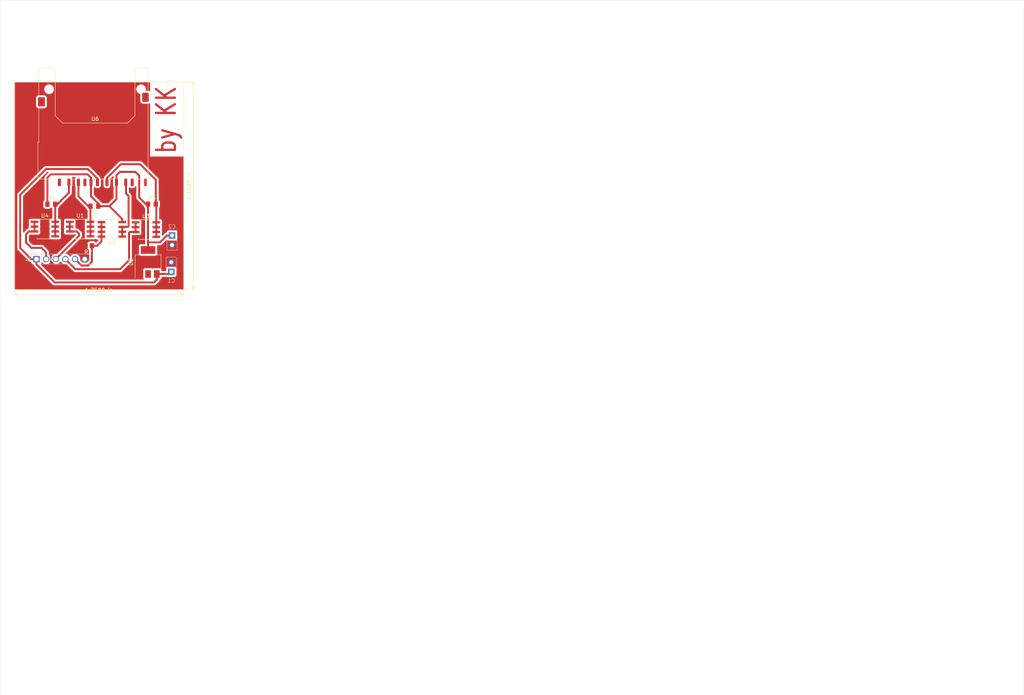
<source format=kicad_pcb>
(kicad_pcb (version 20171130) (host pcbnew 5.1.5+dfsg1-2build2)

  (general
    (thickness 1.6)
    (drawings 13)
    (tracks 145)
    (zones 0)
    (modules 13)
    (nets 14)
  )

  (page A4)
  (layers
    (0 F.Cu signal)
    (31 B.Cu signal)
    (32 B.Adhes user)
    (33 F.Adhes user)
    (34 B.Paste user)
    (35 F.Paste user)
    (36 B.SilkS user)
    (37 F.SilkS user)
    (38 B.Mask user)
    (39 F.Mask user)
    (40 Dwgs.User user)
    (41 Cmts.User user)
    (42 Eco1.User user)
    (43 Eco2.User user)
    (44 Edge.Cuts user)
    (45 Margin user)
    (46 B.CrtYd user)
    (47 F.CrtYd user)
    (48 B.Fab user)
    (49 F.Fab user)
  )

  (setup
    (last_trace_width 0.25)
    (user_trace_width 0.49)
    (user_trace_width 0.5)
    (user_trace_width 1)
    (trace_clearance 0.2)
    (zone_clearance 0.508)
    (zone_45_only no)
    (trace_min 0.2)
    (via_size 0.8)
    (via_drill 0.4)
    (via_min_size 0.4)
    (via_min_drill 0.3)
    (uvia_size 0.3)
    (uvia_drill 0.1)
    (uvias_allowed no)
    (uvia_min_size 0.2)
    (uvia_min_drill 0.1)
    (edge_width 0.05)
    (segment_width 0.2)
    (pcb_text_width 0.3)
    (pcb_text_size 1.5 1.5)
    (mod_edge_width 0.12)
    (mod_text_size 1 1)
    (mod_text_width 0.15)
    (pad_size 1.7 1.7)
    (pad_drill 1.2)
    (pad_to_mask_clearance 0.051)
    (solder_mask_min_width 0.25)
    (aux_axis_origin 0 0)
    (visible_elements FFFFFF7F)
    (pcbplotparams
      (layerselection 0x010fc_ffffffff)
      (usegerberextensions false)
      (usegerberattributes false)
      (usegerberadvancedattributes false)
      (creategerberjobfile false)
      (excludeedgelayer true)
      (linewidth 0.100000)
      (plotframeref false)
      (viasonmask false)
      (mode 1)
      (useauxorigin false)
      (hpglpennumber 1)
      (hpglpenspeed 20)
      (hpglpendiameter 15.000000)
      (psnegative false)
      (psa4output false)
      (plotreference true)
      (plotvalue true)
      (plotinvisibletext false)
      (padsonsilk false)
      (subtractmaskfromsilk false)
      (outputformat 1)
      (mirror false)
      (drillshape 1)
      (scaleselection 1)
      (outputdirectory ""))
  )

  (net 0 "")
  (net 1 GND)
  (net 2 +5V)
  (net 3 +1V8)
  (net 4 /MISO)
  (net 5 /SCK)
  (net 6 /MOSI)
  (net 7 /CS)
  (net 8 "Net-(R1-Pad2)")
  (net 9 "Net-(R3-Pad2)")
  (net 10 "Net-(R4-Pad2)")
  (net 11 "Net-(U5-Pad1)")
  (net 12 "Net-(U6-Pad8)")
  (net 13 "Net-(U6-Pad9)")

  (net_class Default "To jest domyślna klasa połączeń."
    (clearance 0.2)
    (trace_width 0.25)
    (via_dia 0.8)
    (via_drill 0.4)
    (uvia_dia 0.3)
    (uvia_drill 0.1)
    (add_net +1V8)
    (add_net +5V)
    (add_net /CS)
    (add_net /MISO)
    (add_net /MOSI)
    (add_net /SCK)
    (add_net GND)
    (add_net "Net-(R1-Pad2)")
    (add_net "Net-(R3-Pad2)")
    (add_net "Net-(R4-Pad2)")
    (add_net "Net-(U5-Pad1)")
    (add_net "Net-(U6-Pad8)")
    (add_net "Net-(U6-Pad9)")
  )

  (module Connector_Card:SD_Kyocera_145638009511859+ (layer F.Cu) (tedit 5B807B71) (tstamp 62EDA3CB)
    (at 37.6809 53.467)
    (descr "SD Card Connector, Normal Type, Outer Tail, Spring Eject Type (https://global.kyocera.com/prdct/electro/product/pdf/5638.pdf)")
    (tags "sd card smt")
    (path /62F141AD)
    (attr smd)
    (fp_text reference U6 (at 0 -9.5) (layer F.SilkS)
      (effects (font (size 1 1) (thickness 0.15)))
    )
    (fp_text value SD (at 0 -5) (layer F.Fab)
      (effects (font (size 1 1) (thickness 0.15)))
    )
    (fp_line (start -14.82 -3.32) (end -15.02 -3.32) (layer F.SilkS) (width 0.12))
    (fp_line (start -14.7 -3.2) (end -14.9 -3.2) (layer F.Fab) (width 0.1))
    (fp_arc (start -11 -32.8) (end -11 -33.8) (angle -90) (layer F.Fab) (width 0.1))
    (fp_arc (start 11 -32.8) (end 11 -33.8) (angle 90) (layer F.Fab) (width 0.1))
    (fp_line (start 11 -33.8) (end -11 -33.8) (layer F.Fab) (width 0.1))
    (fp_line (start -15.5 8.7) (end -15.5 -23.3) (layer F.CrtYd) (width 0.05))
    (fp_line (start 14.6 8.7) (end -15.5 8.7) (layer F.CrtYd) (width 0.05))
    (fp_line (start 14.6 -23.3) (end 14.6 8.7) (layer F.CrtYd) (width 0.05))
    (fp_line (start -15.5 -23.3) (end 14.6 -23.3) (layer F.CrtYd) (width 0.05))
    (fp_text user "Copper Keep Out" (at 0 -1.9) (layer Cmts.User)
      (effects (font (size 1 1) (thickness 0.15)))
    )
    (fp_line (start 10 0.2) (end 10.5 -0.3) (layer Dwgs.User) (width 0.1))
    (fp_line (start 9 0.2) (end 10.5 -1.3) (layer Dwgs.User) (width 0.1))
    (fp_line (start 8 0.2) (end 10.5 -2.3) (layer Dwgs.User) (width 0.1))
    (fp_line (start 7 0.2) (end 10.5 -3.3) (layer Dwgs.User) (width 0.1))
    (fp_line (start -10 -0.8) (end -7 -3.8) (layer Dwgs.User) (width 0.1))
    (fp_line (start -10 -1.8) (end -8 -3.8) (layer Dwgs.User) (width 0.1))
    (fp_line (start -10 -2.8) (end -9 -3.8) (layer Dwgs.User) (width 0.1))
    (fp_line (start -7 0.2) (end -3 -3.8) (layer Dwgs.User) (width 0.1))
    (fp_line (start -6 0.2) (end -2 -3.8) (layer Dwgs.User) (width 0.1))
    (fp_line (start -4 0.2) (end 0 -3.8) (layer Dwgs.User) (width 0.1))
    (fp_line (start -5 0.2) (end -1 -3.8) (layer Dwgs.User) (width 0.1))
    (fp_line (start -10 0.2) (end -6 -3.8) (layer Dwgs.User) (width 0.1))
    (fp_line (start -2 0.2) (end 2 -3.8) (layer Dwgs.User) (width 0.1))
    (fp_line (start -1 0.2) (end 3 -3.8) (layer Dwgs.User) (width 0.1))
    (fp_line (start -3 0.2) (end 1 -3.8) (layer Dwgs.User) (width 0.1))
    (fp_line (start -8 0.2) (end -4 -3.8) (layer Dwgs.User) (width 0.1))
    (fp_line (start -9 0.2) (end -5 -3.8) (layer Dwgs.User) (width 0.1))
    (fp_line (start 4 0.2) (end 8 -3.8) (layer Dwgs.User) (width 0.1))
    (fp_line (start 5 0.2) (end 9 -3.8) (layer Dwgs.User) (width 0.1))
    (fp_line (start 6 0.2) (end 10 -3.8) (layer Dwgs.User) (width 0.1))
    (fp_line (start 2 0.2) (end 6 -3.8) (layer Dwgs.User) (width 0.1))
    (fp_line (start 3 0.2) (end 7 -3.8) (layer Dwgs.User) (width 0.1))
    (fp_line (start 1 0.2) (end 5 -3.8) (layer Dwgs.User) (width 0.1))
    (fp_line (start 0 0.2) (end 4 -3.8) (layer Dwgs.User) (width 0.1))
    (fp_line (start 10.33 6.32) (end 12.66 6.32) (layer F.SilkS) (width 0.12))
    (fp_line (start 8.63 6.32) (end 9.17 6.32) (layer F.SilkS) (width 0.12))
    (fp_line (start 6.2 6.32) (end 7.47 6.32) (layer F.SilkS) (width 0.12))
    (fp_line (start 3.7 6.32) (end 5.04 6.32) (layer F.SilkS) (width 0.12))
    (fp_line (start 1.2 6.32) (end 2.54 6.32) (layer F.SilkS) (width 0.12))
    (fp_line (start -0.5 6.32) (end 0.04 6.32) (layer F.SilkS) (width 0.12))
    (fp_line (start -2.1 6.32) (end -1.66 6.32) (layer F.SilkS) (width 0.12))
    (fp_line (start -3.8 6.32) (end -3.26 6.32) (layer F.SilkS) (width 0.12))
    (fp_line (start -6.3 6.32) (end -4.96 6.32) (layer F.SilkS) (width 0.12))
    (fp_line (start -8.8 6.32) (end -7.46 6.32) (layer F.SilkS) (width 0.12))
    (fp_line (start -15.02 6.32) (end -9.96 6.32) (layer F.SilkS) (width 0.12))
    (fp_line (start 13.82 6.32) (end 13.92 6.32) (layer F.SilkS) (width 0.12))
    (fp_line (start -14.82 -3.32) (end -14.82 -12.62) (layer F.SilkS) (width 0.12))
    (fp_line (start -15.02 -3.32) (end -15.02 6.32) (layer F.SilkS) (width 0.12))
    (fp_line (start -8.54 -8.42) (end -10.48 -10.36) (layer F.SilkS) (width 0.12))
    (fp_line (start 8.54 -8.42) (end 10.48 -10.36) (layer F.SilkS) (width 0.12))
    (fp_line (start 8.54 -8.42) (end -8.54 -8.42) (layer F.SilkS) (width 0.12))
    (fp_line (start -14.82 -15.38) (end -14.82 -22.92) (layer F.SilkS) (width 0.12))
    (fp_line (start -10.48 -22.26) (end -10.48 -10.36) (layer F.SilkS) (width 0.12))
    (fp_line (start -10.48 -22.26) (end -11.14 -22.92) (layer F.SilkS) (width 0.12))
    (fp_line (start -14.82 -22.92) (end -11.14 -22.92) (layer F.SilkS) (width 0.12))
    (fp_line (start 13.92 6.32) (end 13.92 -13.82) (layer F.SilkS) (width 0.12))
    (fp_line (start 13.92 -16.58) (end 13.92 -22.92) (layer F.SilkS) (width 0.12))
    (fp_line (start 10.48 -22.26) (end 10.48 -10.36) (layer F.SilkS) (width 0.12))
    (fp_line (start 10.48 -22.26) (end 11.14 -22.92) (layer F.SilkS) (width 0.12))
    (fp_line (start 13.92 -22.92) (end 11.14 -22.92) (layer F.SilkS) (width 0.12))
    (fp_line (start 8.6 -8.3) (end 10.6 -10.3) (layer F.Fab) (width 0.1))
    (fp_line (start -10.6 -10.3) (end -8.6 -8.3) (layer F.Fab) (width 0.1))
    (fp_line (start -11.2 -22.8) (end -10.6 -22.2) (layer F.Fab) (width 0.1))
    (fp_line (start 10.6 -22.2) (end 11.2 -22.8) (layer F.Fab) (width 0.1))
    (fp_arc (start -11 -27.8) (end -11 -28.8) (angle -90) (layer F.Fab) (width 0.1))
    (fp_arc (start 11 -27.8) (end 11 -28.8) (angle 90) (layer F.Fab) (width 0.1))
    (fp_line (start -12 -32.8) (end -12 -22.8) (layer F.Fab) (width 0.1))
    (fp_line (start 11 -28.8) (end -11 -28.8) (layer F.Fab) (width 0.1))
    (fp_line (start 12 -22.8) (end 12 -32.8) (layer F.Fab) (width 0.1))
    (fp_line (start 10.5 0.2) (end -10 0.2) (layer Dwgs.User) (width 0.1))
    (fp_line (start 10.5 -3.8) (end 10.5 0.2) (layer Dwgs.User) (width 0.1))
    (fp_line (start -10 -3.8) (end 10.5 -3.8) (layer Dwgs.User) (width 0.1))
    (fp_line (start -10 0.2) (end -10 -3.8) (layer Dwgs.User) (width 0.1))
    (fp_line (start -14.9 6.2) (end 13.8 6.2) (layer F.Fab) (width 0.1))
    (fp_line (start -14.9 -3.2) (end -14.9 6.2) (layer F.Fab) (width 0.1))
    (fp_line (start -14.7 -22.8) (end -14.7 -3.2) (layer F.Fab) (width 0.1))
    (fp_line (start -11.2 -22.8) (end -14.7 -22.8) (layer F.Fab) (width 0.1))
    (fp_line (start -10.6 -10.3) (end -10.6 -22.2) (layer F.Fab) (width 0.1))
    (fp_line (start 8.6 -8.3) (end -8.6 -8.3) (layer F.Fab) (width 0.1))
    (fp_line (start 10.6 -22.2) (end 10.6 -10.3) (layer F.Fab) (width 0.1))
    (fp_line (start 13.8 -22.8) (end 11.2 -22.8) (layer F.Fab) (width 0.1))
    (fp_line (start 13.8 6.2) (end 13.8 -22.8) (layer F.Fab) (width 0.1))
    (fp_text user %R (at 0 -7) (layer F.Fab)
      (effects (font (size 1 1) (thickness 0.15)))
    )
    (pad "" smd roundrect (at -14.1 -14) (size 1.8 2.4) (layers F.Cu F.Paste F.Mask) (roundrect_rratio 0.139))
    (pad SH smd roundrect (at 13.25 -15.2) (size 1.7 2.4) (layers F.Cu F.Paste F.Mask) (roundrect_rratio 0.147))
    (pad "" np_thru_hole circle (at -12.1 -17.3) (size 1.5 1.5) (drill 1.5) (layers *.Cu *.Mask))
    (pad "" np_thru_hole circle (at 12.1 -17.3) (size 1.5 1.5) (drill 1.5) (layers *.Cu *.Mask))
    (pad 11 smd roundrect (at 13.24 7.2) (size 0.7 2) (layers F.Cu F.Paste F.Mask) (roundrect_rratio 0.357))
    (pad 8 smd roundrect (at 9.75 7.2) (size 0.8 2) (layers F.Cu F.Paste F.Mask) (roundrect_rratio 0.313)
      (net 12 "Net-(U6-Pad8)"))
    (pad 7 smd roundrect (at 8.05 7.2) (size 0.8 2) (layers F.Cu F.Paste F.Mask) (roundrect_rratio 0.313)
      (net 11 "Net-(U5-Pad1)"))
    (pad 6 smd roundrect (at 5.62 7.2) (size 0.8 2) (layers F.Cu F.Paste F.Mask) (roundrect_rratio 0.313)
      (net 3 +1V8))
    (pad 5 smd roundrect (at 3.12 7.2) (size 0.8 2) (layers F.Cu F.Paste F.Mask) (roundrect_rratio 0.313)
      (net 9 "Net-(R3-Pad2)"))
    (pad 4 smd roundrect (at 0.62 7.2) (size 0.8 2) (layers F.Cu F.Paste F.Mask) (roundrect_rratio 0.313)
      (net 2 +5V))
    (pad 3 smd roundrect (at -1.08 7.2) (size 0.8 2) (layers F.Cu F.Paste F.Mask) (roundrect_rratio 0.313)
      (net 3 +1V8))
    (pad 10 smd roundrect (at -2.68 7.2) (size 0.8 2) (layers F.Cu F.Paste F.Mask) (roundrect_rratio 0.313))
    (pad 2 smd roundrect (at -4.38 7.2) (size 0.8 2) (layers F.Cu F.Paste F.Mask) (roundrect_rratio 0.313)
      (net 8 "Net-(R1-Pad2)"))
    (pad 1 smd roundrect (at -6.88 7.2) (size 0.8 2) (layers F.Cu F.Paste F.Mask) (roundrect_rratio 0.313)
      (net 10 "Net-(R4-Pad2)"))
    (pad 9 smd roundrect (at -9.38 7.2) (size 0.8 2) (layers F.Cu F.Paste F.Mask) (roundrect_rratio 0.313)
      (net 13 "Net-(U6-Pad9)"))
    (model ${KISYS3DMOD}/Connector_Card.3dshapes/SD_Kyocera_145638009511859+.wrl
      (at (xyz 0 0 0))
      (scale (xyz 1 1 1))
      (rotate (xyz 0 0 0))
    )
  )

  (module Resistor_SMD:R_0805_2012Metric_Pad1.15x1.40mm_HandSolder (layer F.Cu) (tedit 5B36C52B) (tstamp 62C76D89)
    (at 35.814 77.343 180)
    (descr "Resistor SMD 0805 (2012 Metric), square (rectangular) end terminal, IPC_7351 nominal with elongated pad for handsoldering. (Body size source: https://docs.google.com/spreadsheets/d/1BsfQQcO9C6DZCsRaXUlFlo91Tg2WpOkGARC1WS5S8t0/edit?usp=sharing), generated with kicad-footprint-generator")
    (tags "resistor handsolder")
    (path /62C7B55C)
    (attr smd)
    (fp_text reference R2 (at 0 -1.65) (layer F.SilkS)
      (effects (font (size 1 1) (thickness 0.15)))
    )
    (fp_text value 10K (at 0 1.65) (layer F.Fab)
      (effects (font (size 1 1) (thickness 0.15)))
    )
    (fp_text user %R (at 0 0) (layer F.Fab)
      (effects (font (size 0.5 0.5) (thickness 0.08)))
    )
    (fp_line (start 1.85 0.95) (end -1.85 0.95) (layer F.CrtYd) (width 0.05))
    (fp_line (start 1.85 -0.95) (end 1.85 0.95) (layer F.CrtYd) (width 0.05))
    (fp_line (start -1.85 -0.95) (end 1.85 -0.95) (layer F.CrtYd) (width 0.05))
    (fp_line (start -1.85 0.95) (end -1.85 -0.95) (layer F.CrtYd) (width 0.05))
    (fp_line (start -0.261252 0.71) (end 0.261252 0.71) (layer F.SilkS) (width 0.12))
    (fp_line (start -0.261252 -0.71) (end 0.261252 -0.71) (layer F.SilkS) (width 0.12))
    (fp_line (start 1 0.6) (end -1 0.6) (layer F.Fab) (width 0.1))
    (fp_line (start 1 -0.6) (end 1 0.6) (layer F.Fab) (width 0.1))
    (fp_line (start -1 -0.6) (end 1 -0.6) (layer F.Fab) (width 0.1))
    (fp_line (start -1 0.6) (end -1 -0.6) (layer F.Fab) (width 0.1))
    (pad 2 smd roundrect (at 1.025 0 180) (size 1.15 1.4) (layers F.Cu F.Paste F.Mask) (roundrect_rratio 0.217391)
      (net 1 GND))
    (pad 1 smd roundrect (at -1.025 0 180) (size 1.15 1.4) (layers F.Cu F.Paste F.Mask) (roundrect_rratio 0.217391)
      (net 4 /MISO))
    (model ${KISYS3DMOD}/Resistor_SMD.3dshapes/R_0805_2012Metric.wrl
      (at (xyz 0 0 0))
      (scale (xyz 1 1 1))
      (rotate (xyz 0 0 0))
    )
  )

  (module Package_SO:PowerIntegrations_SO-8 (layer F.Cu) (tedit 5A42316D) (tstamp 62C75F70)
    (at 42.095 73.025 180)
    (descr "Power-Integrations variant of 8-Lead Plastic Small Outline (SN) - Narrow, 3.90 mm Body [SOIC], see https://ac-dc.power.com/sites/default/files/product-docs/senzero_family_datasheet.pdf")
    (tags "SOIC 1.27")
    (path /62C72303)
    (attr smd)
    (fp_text reference U5 (at 0 -3.5) (layer F.SilkS)
      (effects (font (size 1 1) (thickness 0.15)))
    )
    (fp_text value IRF7476 (at 0 3.5) (layer F.Fab)
      (effects (font (size 1 1) (thickness 0.15)))
    )
    (fp_line (start 3.97 2.7) (end -3.98 2.7) (layer F.CrtYd) (width 0.05))
    (fp_line (start 3.97 2.7) (end 3.97 -2.7) (layer F.CrtYd) (width 0.05))
    (fp_line (start -3.98 -2.7) (end -3.98 2.7) (layer F.CrtYd) (width 0.05))
    (fp_line (start -3.98 -2.7) (end 3.97 -2.7) (layer F.CrtYd) (width 0.05))
    (fp_line (start -2.075 -2.525) (end -3.475 -2.525) (layer F.SilkS) (width 0.15))
    (fp_line (start -2.075 2.575) (end 2.075 2.575) (layer F.SilkS) (width 0.15))
    (fp_line (start -2.075 -2.575) (end 2.075 -2.575) (layer F.SilkS) (width 0.15))
    (fp_line (start -2.075 2.575) (end -2.075 2.43) (layer F.SilkS) (width 0.15))
    (fp_line (start 2.075 2.575) (end 2.075 2.43) (layer F.SilkS) (width 0.15))
    (fp_line (start 2.075 -2.575) (end 2.075 -2.43) (layer F.SilkS) (width 0.15))
    (fp_line (start -2.075 -2.575) (end -2.075 -2.525) (layer F.SilkS) (width 0.15))
    (fp_line (start -1.95 -1.45) (end -0.95 -2.45) (layer F.Fab) (width 0.1))
    (fp_line (start -1.95 2.45) (end -1.95 -1.45) (layer F.Fab) (width 0.1))
    (fp_line (start 1.95 2.45) (end -1.95 2.45) (layer F.Fab) (width 0.1))
    (fp_line (start 1.95 -2.45) (end 1.95 2.45) (layer F.Fab) (width 0.1))
    (fp_line (start -0.95 -2.45) (end 1.95 -2.45) (layer F.Fab) (width 0.1))
    (fp_text user %R (at 0 0) (layer F.Fab)
      (effects (font (size 1 1) (thickness 0.15)))
    )
    (pad 8 smd rect (at 2.725 -1.905 180) (size 2 0.6) (layers F.Cu F.Paste F.Mask)
      (net 4 /MISO))
    (pad 7 smd rect (at 2.725 -0.635 180) (size 2 0.6) (layers F.Cu F.Paste F.Mask)
      (net 4 /MISO))
    (pad 6 smd rect (at 2.725 0.635 180) (size 2 0.6) (layers F.Cu F.Paste F.Mask)
      (net 4 /MISO))
    (pad 5 smd rect (at 2.725 1.905 180) (size 2 0.6) (layers F.Cu F.Paste F.Mask)
      (net 4 /MISO))
    (pad 4 smd rect (at -2.725 1.905 180) (size 2 0.6) (layers F.Cu F.Paste F.Mask)
      (net 3 +1V8))
    (pad 3 smd rect (at -2.725 0.635 180) (size 2 0.6) (layers F.Cu F.Paste F.Mask)
      (net 11 "Net-(U5-Pad1)"))
    (pad 2 smd rect (at -2.725 -0.635 180) (size 2 0.6) (layers F.Cu F.Paste F.Mask)
      (net 11 "Net-(U5-Pad1)"))
    (pad 1 smd rect (at -2.725 -1.905 180) (size 2 0.6) (layers F.Cu F.Paste F.Mask)
      (net 11 "Net-(U5-Pad1)"))
    (model ${KISYS3DMOD}/Package_SO.3dshapes/PowerIntegrations_SO-8.wrl
      (at (xyz 0 0 0))
      (scale (xyz 1 1 1))
      (rotate (xyz 0 0 0))
    )
  )

  (module Connector_PinHeader_2.54mm:PinHeader_1x06_P2.54mm_Vertical (layer B.Cu) (tedit 62A1CF81) (tstamp 62A0F4C0)
    (at 22.2504 80.8736 270)
    (descr "Through hole straight pin header, 1x06, 2.54mm pitch, single row")
    (tags "Through hole pin header THT 1x06 2.54mm single row")
    (path /62A1928F)
    (fp_text reference J1 (at 0 2.33 90) (layer B.SilkS)
      (effects (font (size 1 1) (thickness 0.15)) (justify mirror))
    )
    (fp_text value Conn_01x06_Male (at 0 -15.03 90) (layer B.Fab)
      (effects (font (size 1 1) (thickness 0.15)) (justify mirror))
    )
    (fp_text user %R (at 0 -6.35 180) (layer B.Fab)
      (effects (font (size 1 1) (thickness 0.15)) (justify mirror))
    )
    (fp_line (start 1.8 1.8) (end -1.8 1.8) (layer B.CrtYd) (width 0.05))
    (fp_line (start 1.8 -14.5) (end 1.8 1.8) (layer B.CrtYd) (width 0.05))
    (fp_line (start -1.8 -14.5) (end 1.8 -14.5) (layer B.CrtYd) (width 0.05))
    (fp_line (start -1.8 1.8) (end -1.8 -14.5) (layer B.CrtYd) (width 0.05))
    (fp_line (start -1.33 1.33) (end 0 1.33) (layer B.SilkS) (width 0.12))
    (fp_line (start -1.33 0) (end -1.33 1.33) (layer B.SilkS) (width 0.12))
    (fp_line (start -1.33 -1.27) (end 1.33 -1.27) (layer B.SilkS) (width 0.12))
    (fp_line (start 1.33 -1.27) (end 1.33 -14.03) (layer B.SilkS) (width 0.12))
    (fp_line (start -1.33 -1.27) (end -1.33 -14.03) (layer B.SilkS) (width 0.12))
    (fp_line (start -1.33 -14.03) (end 1.33 -14.03) (layer B.SilkS) (width 0.12))
    (fp_line (start -1.27 0.635) (end -0.635 1.27) (layer B.Fab) (width 0.1))
    (fp_line (start -1.27 -13.97) (end -1.27 0.635) (layer B.Fab) (width 0.1))
    (fp_line (start 1.27 -13.97) (end -1.27 -13.97) (layer B.Fab) (width 0.1))
    (fp_line (start 1.27 1.27) (end 1.27 -13.97) (layer B.Fab) (width 0.1))
    (fp_line (start -0.635 1.27) (end 1.27 1.27) (layer B.Fab) (width 0.1))
    (pad 6 thru_hole oval (at 0 -12.7 270) (size 1.7 1.7) (drill 1.2) (layers *.Cu *.Mask)
      (net 1 GND))
    (pad 5 thru_hole oval (at 0 -10.16 270) (size 1.7 1.7) (drill 1.2) (layers *.Cu *.Mask)
      (net 4 /MISO))
    (pad 4 thru_hole oval (at 0 -7.62 270) (size 1.7 1.7) (drill 1.2) (layers *.Cu *.Mask)
      (net 5 /SCK))
    (pad 3 thru_hole oval (at 0 -5.08 270) (size 1.7 1.7) (drill 1.2) (layers *.Cu *.Mask)
      (net 6 /MOSI))
    (pad 2 thru_hole oval (at 0 -2.54 270) (size 1.7 1.7) (drill 1.2) (layers *.Cu *.Mask)
      (net 7 /CS))
    (pad 1 thru_hole rect (at 0 0 270) (size 1.7 1.7) (drill 1.2) (layers *.Cu *.Mask)
      (net 2 +5V))
    (model ${KISYS3DMOD}/Connector_PinHeader_2.54mm.3dshapes/PinHeader_1x06_P2.54mm_Vertical.wrl
      (at (xyz 0 0 0))
      (scale (xyz 1 1 1))
      (rotate (xyz 0 0 0))
    )
  )

  (module Resistor_SMD:R_0805_2012Metric_Pad1.15x1.40mm_HandSolder (layer F.Cu) (tedit 5B36C52B) (tstamp 62A0F537)
    (at 37.4904 66.929 180)
    (descr "Resistor SMD 0805 (2012 Metric), square (rectangular) end terminal, IPC_7351 nominal with elongated pad for handsoldering. (Body size source: https://docs.google.com/spreadsheets/d/1BsfQQcO9C6DZCsRaXUlFlo91Tg2WpOkGARC1WS5S8t0/edit?usp=sharing), generated with kicad-footprint-generator")
    (tags "resistor handsolder")
    (path /629FC923)
    (attr smd)
    (fp_text reference R1 (at 0 -1.65) (layer F.SilkS)
      (effects (font (size 1 1) (thickness 0.15)))
    )
    (fp_text value 10K (at 0 1.65) (layer F.Fab)
      (effects (font (size 1 1) (thickness 0.15)))
    )
    (fp_text user %R (at 0 0) (layer F.Fab)
      (effects (font (size 0.5 0.5) (thickness 0.08)))
    )
    (fp_line (start 1.85 0.95) (end -1.85 0.95) (layer F.CrtYd) (width 0.05))
    (fp_line (start 1.85 -0.95) (end 1.85 0.95) (layer F.CrtYd) (width 0.05))
    (fp_line (start -1.85 -0.95) (end 1.85 -0.95) (layer F.CrtYd) (width 0.05))
    (fp_line (start -1.85 0.95) (end -1.85 -0.95) (layer F.CrtYd) (width 0.05))
    (fp_line (start -0.261252 0.71) (end 0.261252 0.71) (layer F.SilkS) (width 0.12))
    (fp_line (start -0.261252 -0.71) (end 0.261252 -0.71) (layer F.SilkS) (width 0.12))
    (fp_line (start 1 0.6) (end -1 0.6) (layer F.Fab) (width 0.1))
    (fp_line (start 1 -0.6) (end 1 0.6) (layer F.Fab) (width 0.1))
    (fp_line (start -1 -0.6) (end 1 -0.6) (layer F.Fab) (width 0.1))
    (fp_line (start -1 0.6) (end -1 -0.6) (layer F.Fab) (width 0.1))
    (pad 2 smd roundrect (at 1.025 0 180) (size 1.15 1.4) (layers F.Cu F.Paste F.Mask) (roundrect_rratio 0.217391)
      (net 8 "Net-(R1-Pad2)"))
    (pad 1 smd roundrect (at -1.025 0 180) (size 1.15 1.4) (layers F.Cu F.Paste F.Mask) (roundrect_rratio 0.217391)
      (net 3 +1V8))
    (model ${KISYS3DMOD}/Resistor_SMD.3dshapes/R_0805_2012Metric.wrl
      (at (xyz 0 0 0))
      (scale (xyz 1 1 1))
      (rotate (xyz 0 0 0))
    )
  )

  (module Package_TO_SOT_SMD:SOT-223-3_TabPin2 (layer F.Cu) (tedit 5A02FF57) (tstamp 62A0FF93)
    (at 51.6128 81.6102 90)
    (descr "module CMS SOT223 4 pins")
    (tags "CMS SOT")
    (path /62A2C113)
    (attr smd)
    (fp_text reference U2 (at 0 -4.5 90) (layer F.SilkS)
      (effects (font (size 1 1) (thickness 0.15)))
    )
    (fp_text value LM1117-1.8 (at 0 4.5 90) (layer F.Fab)
      (effects (font (size 1 1) (thickness 0.15)))
    )
    (fp_line (start 1.85 -3.35) (end 1.85 3.35) (layer F.Fab) (width 0.1))
    (fp_line (start -1.85 3.35) (end 1.85 3.35) (layer F.Fab) (width 0.1))
    (fp_line (start -4.1 -3.41) (end 1.91 -3.41) (layer F.SilkS) (width 0.12))
    (fp_line (start -0.85 -3.35) (end 1.85 -3.35) (layer F.Fab) (width 0.1))
    (fp_line (start -1.85 3.41) (end 1.91 3.41) (layer F.SilkS) (width 0.12))
    (fp_line (start -1.85 -2.35) (end -1.85 3.35) (layer F.Fab) (width 0.1))
    (fp_line (start -1.85 -2.35) (end -0.85 -3.35) (layer F.Fab) (width 0.1))
    (fp_line (start -4.4 -3.6) (end -4.4 3.6) (layer F.CrtYd) (width 0.05))
    (fp_line (start -4.4 3.6) (end 4.4 3.6) (layer F.CrtYd) (width 0.05))
    (fp_line (start 4.4 3.6) (end 4.4 -3.6) (layer F.CrtYd) (width 0.05))
    (fp_line (start 4.4 -3.6) (end -4.4 -3.6) (layer F.CrtYd) (width 0.05))
    (fp_line (start 1.91 -3.41) (end 1.91 -2.15) (layer F.SilkS) (width 0.12))
    (fp_line (start 1.91 3.41) (end 1.91 2.15) (layer F.SilkS) (width 0.12))
    (fp_text user %R (at 0 0) (layer F.Fab)
      (effects (font (size 0.8 0.8) (thickness 0.12)))
    )
    (pad 1 smd rect (at -3.15 -2.3 90) (size 2 1.5) (layers F.Cu F.Paste F.Mask)
      (net 1 GND))
    (pad 3 smd rect (at -3.15 2.3 90) (size 2 1.5) (layers F.Cu F.Paste F.Mask)
      (net 2 +5V))
    (pad 2 smd rect (at -3.15 0 90) (size 2 1.5) (layers F.Cu F.Paste F.Mask)
      (net 3 +1V8))
    (pad 2 smd rect (at 3.15 0 90) (size 2 3.8) (layers F.Cu F.Paste F.Mask)
      (net 3 +1V8))
    (model ${KISYS3DMOD}/Package_TO_SOT_SMD.3dshapes/SOT-223.wrl
      (at (xyz 0 0 0))
      (scale (xyz 1 1 1))
      (rotate (xyz 0 0 0))
    )
  )

  (module Connector_PinHeader_2.54mm:PinHeader_1x02_P2.54mm_Vertical (layer B.Cu) (tedit 59FED5CC) (tstamp 62A0FD8D)
    (at 57.912 74.6379 180)
    (descr "Through hole straight pin header, 1x02, 2.54mm pitch, single row")
    (tags "Through hole pin header THT 1x02 2.54mm single row")
    (path /62A30D63)
    (fp_text reference C2 (at 0 2.33) (layer B.SilkS)
      (effects (font (size 1 1) (thickness 0.15)) (justify mirror))
    )
    (fp_text value 100N (at 0 -4.87) (layer B.Fab)
      (effects (font (size 1 1) (thickness 0.15)) (justify mirror))
    )
    (fp_text user %R (at 0 -1.27 270) (layer B.Fab)
      (effects (font (size 1 1) (thickness 0.15)) (justify mirror))
    )
    (fp_line (start 1.8 1.8) (end -1.8 1.8) (layer B.CrtYd) (width 0.05))
    (fp_line (start 1.8 -4.35) (end 1.8 1.8) (layer B.CrtYd) (width 0.05))
    (fp_line (start -1.8 -4.35) (end 1.8 -4.35) (layer B.CrtYd) (width 0.05))
    (fp_line (start -1.8 1.8) (end -1.8 -4.35) (layer B.CrtYd) (width 0.05))
    (fp_line (start -1.33 1.33) (end 0 1.33) (layer B.SilkS) (width 0.12))
    (fp_line (start -1.33 0) (end -1.33 1.33) (layer B.SilkS) (width 0.12))
    (fp_line (start -1.33 -1.27) (end 1.33 -1.27) (layer B.SilkS) (width 0.12))
    (fp_line (start 1.33 -1.27) (end 1.33 -3.87) (layer B.SilkS) (width 0.12))
    (fp_line (start -1.33 -1.27) (end -1.33 -3.87) (layer B.SilkS) (width 0.12))
    (fp_line (start -1.33 -3.87) (end 1.33 -3.87) (layer B.SilkS) (width 0.12))
    (fp_line (start -1.27 0.635) (end -0.635 1.27) (layer B.Fab) (width 0.1))
    (fp_line (start -1.27 -3.81) (end -1.27 0.635) (layer B.Fab) (width 0.1))
    (fp_line (start 1.27 -3.81) (end -1.27 -3.81) (layer B.Fab) (width 0.1))
    (fp_line (start 1.27 1.27) (end 1.27 -3.81) (layer B.Fab) (width 0.1))
    (fp_line (start -0.635 1.27) (end 1.27 1.27) (layer B.Fab) (width 0.1))
    (pad 2 thru_hole oval (at 0 -2.54 180) (size 1.7 1.7) (drill 1) (layers *.Cu *.Mask)
      (net 1 GND))
    (pad 1 thru_hole rect (at 0 0 180) (size 1.7 1.7) (drill 1) (layers *.Cu *.Mask)
      (net 3 +1V8))
    (model ${KISYS3DMOD}/Connector_PinHeader_2.54mm.3dshapes/PinHeader_1x02_P2.54mm_Vertical.wrl
      (at (xyz 0 0 0))
      (scale (xyz 1 1 1))
      (rotate (xyz 0 0 0))
    )
  )

  (module Connector_PinHeader_2.54mm:PinHeader_1x02_P2.54mm_Vertical (layer B.Cu) (tedit 59FED5CC) (tstamp 62A0FD77)
    (at 57.7215 84.2137)
    (descr "Through hole straight pin header, 1x02, 2.54mm pitch, single row")
    (tags "Through hole pin header THT 1x02 2.54mm single row")
    (path /62A3056F)
    (fp_text reference C1 (at 0 2.33) (layer B.SilkS)
      (effects (font (size 1 1) (thickness 0.15)) (justify mirror))
    )
    (fp_text value 100N (at 0 -4.87) (layer B.Fab)
      (effects (font (size 1 1) (thickness 0.15)) (justify mirror))
    )
    (fp_text user %R (at 0 -1.27 -90) (layer B.Fab)
      (effects (font (size 1 1) (thickness 0.15)) (justify mirror))
    )
    (fp_line (start 1.8 1.8) (end -1.8 1.8) (layer B.CrtYd) (width 0.05))
    (fp_line (start 1.8 -4.35) (end 1.8 1.8) (layer B.CrtYd) (width 0.05))
    (fp_line (start -1.8 -4.35) (end 1.8 -4.35) (layer B.CrtYd) (width 0.05))
    (fp_line (start -1.8 1.8) (end -1.8 -4.35) (layer B.CrtYd) (width 0.05))
    (fp_line (start -1.33 1.33) (end 0 1.33) (layer B.SilkS) (width 0.12))
    (fp_line (start -1.33 0) (end -1.33 1.33) (layer B.SilkS) (width 0.12))
    (fp_line (start -1.33 -1.27) (end 1.33 -1.27) (layer B.SilkS) (width 0.12))
    (fp_line (start 1.33 -1.27) (end 1.33 -3.87) (layer B.SilkS) (width 0.12))
    (fp_line (start -1.33 -1.27) (end -1.33 -3.87) (layer B.SilkS) (width 0.12))
    (fp_line (start -1.33 -3.87) (end 1.33 -3.87) (layer B.SilkS) (width 0.12))
    (fp_line (start -1.27 0.635) (end -0.635 1.27) (layer B.Fab) (width 0.1))
    (fp_line (start -1.27 -3.81) (end -1.27 0.635) (layer B.Fab) (width 0.1))
    (fp_line (start 1.27 -3.81) (end -1.27 -3.81) (layer B.Fab) (width 0.1))
    (fp_line (start 1.27 1.27) (end 1.27 -3.81) (layer B.Fab) (width 0.1))
    (fp_line (start -0.635 1.27) (end 1.27 1.27) (layer B.Fab) (width 0.1))
    (pad 2 thru_hole oval (at 0 -2.54) (size 1.7 1.7) (drill 1) (layers *.Cu *.Mask)
      (net 1 GND))
    (pad 1 thru_hole rect (at 0 0) (size 1.7 1.7) (drill 1) (layers *.Cu *.Mask)
      (net 2 +5V))
    (model ${KISYS3DMOD}/Connector_PinHeader_2.54mm.3dshapes/PinHeader_1x02_P2.54mm_Vertical.wrl
      (at (xyz 0 0 0))
      (scale (xyz 1 1 1))
      (rotate (xyz 0 0 0))
    )
  )

  (module Package_SO:PowerIntegrations_SO-8 (layer F.Cu) (tedit 5A42316D) (tstamp 62A0F5C1)
    (at 24.4729 72.9488)
    (descr "Power-Integrations variant of 8-Lead Plastic Small Outline (SN) - Narrow, 3.90 mm Body [SOIC], see https://ac-dc.power.com/sites/default/files/product-docs/senzero_family_datasheet.pdf")
    (tags "SOIC 1.27")
    (path /62A18FB9)
    (attr smd)
    (fp_text reference U4 (at 0 -3.5) (layer F.SilkS)
      (effects (font (size 1 1) (thickness 0.15)))
    )
    (fp_text value IRF7476 (at 0 3.5) (layer F.Fab)
      (effects (font (size 1 1) (thickness 0.15)))
    )
    (fp_line (start 3.97 2.7) (end -3.98 2.7) (layer F.CrtYd) (width 0.05))
    (fp_line (start 3.97 2.7) (end 3.97 -2.7) (layer F.CrtYd) (width 0.05))
    (fp_line (start -3.98 -2.7) (end -3.98 2.7) (layer F.CrtYd) (width 0.05))
    (fp_line (start -3.98 -2.7) (end 3.97 -2.7) (layer F.CrtYd) (width 0.05))
    (fp_line (start -2.075 -2.525) (end -3.475 -2.525) (layer F.SilkS) (width 0.15))
    (fp_line (start -2.075 2.575) (end 2.075 2.575) (layer F.SilkS) (width 0.15))
    (fp_line (start -2.075 -2.575) (end 2.075 -2.575) (layer F.SilkS) (width 0.15))
    (fp_line (start -2.075 2.575) (end -2.075 2.43) (layer F.SilkS) (width 0.15))
    (fp_line (start 2.075 2.575) (end 2.075 2.43) (layer F.SilkS) (width 0.15))
    (fp_line (start 2.075 -2.575) (end 2.075 -2.43) (layer F.SilkS) (width 0.15))
    (fp_line (start -2.075 -2.575) (end -2.075 -2.525) (layer F.SilkS) (width 0.15))
    (fp_line (start -1.95 -1.45) (end -0.95 -2.45) (layer F.Fab) (width 0.1))
    (fp_line (start -1.95 2.45) (end -1.95 -1.45) (layer F.Fab) (width 0.1))
    (fp_line (start 1.95 2.45) (end -1.95 2.45) (layer F.Fab) (width 0.1))
    (fp_line (start 1.95 -2.45) (end 1.95 2.45) (layer F.Fab) (width 0.1))
    (fp_line (start -0.95 -2.45) (end 1.95 -2.45) (layer F.Fab) (width 0.1))
    (fp_text user %R (at 0 0) (layer F.Fab)
      (effects (font (size 1 1) (thickness 0.15)))
    )
    (pad 8 smd rect (at 2.725 -1.905) (size 2 0.6) (layers F.Cu F.Paste F.Mask)
      (net 10 "Net-(R4-Pad2)"))
    (pad 7 smd rect (at 2.725 -0.635) (size 2 0.6) (layers F.Cu F.Paste F.Mask)
      (net 10 "Net-(R4-Pad2)"))
    (pad 6 smd rect (at 2.725 0.635) (size 2 0.6) (layers F.Cu F.Paste F.Mask)
      (net 10 "Net-(R4-Pad2)"))
    (pad 5 smd rect (at 2.725 1.905) (size 2 0.6) (layers F.Cu F.Paste F.Mask)
      (net 10 "Net-(R4-Pad2)"))
    (pad 4 smd rect (at -2.725 1.905) (size 2 0.6) (layers F.Cu F.Paste F.Mask)
      (net 1 GND))
    (pad 3 smd rect (at -2.725 0.635) (size 2 0.6) (layers F.Cu F.Paste F.Mask)
      (net 7 /CS))
    (pad 2 smd rect (at -2.725 -0.635) (size 2 0.6) (layers F.Cu F.Paste F.Mask)
      (net 7 /CS))
    (pad 1 smd rect (at -2.725 -1.905) (size 2 0.6) (layers F.Cu F.Paste F.Mask)
      (net 7 /CS))
    (model ${KISYS3DMOD}/Package_SO.3dshapes/PowerIntegrations_SO-8.wrl
      (at (xyz 0 0 0))
      (scale (xyz 1 1 1))
      (rotate (xyz 0 0 0))
    )
  )

  (module Package_SO:PowerIntegrations_SO-8 (layer F.Cu) (tedit 5A42316D) (tstamp 62A0F5A4)
    (at 51.054 73.0885)
    (descr "Power-Integrations variant of 8-Lead Plastic Small Outline (SN) - Narrow, 3.90 mm Body [SOIC], see https://ac-dc.power.com/sites/default/files/product-docs/senzero_family_datasheet.pdf")
    (tags "SOIC 1.27")
    (path /62A10EB9)
    (attr smd)
    (fp_text reference U3 (at 0 -3.5) (layer F.SilkS)
      (effects (font (size 1 1) (thickness 0.15)))
    )
    (fp_text value IRF7476 (at 0 3.5) (layer F.Fab)
      (effects (font (size 1 1) (thickness 0.15)))
    )
    (fp_line (start 3.97 2.7) (end -3.98 2.7) (layer F.CrtYd) (width 0.05))
    (fp_line (start 3.97 2.7) (end 3.97 -2.7) (layer F.CrtYd) (width 0.05))
    (fp_line (start -3.98 -2.7) (end -3.98 2.7) (layer F.CrtYd) (width 0.05))
    (fp_line (start -3.98 -2.7) (end 3.97 -2.7) (layer F.CrtYd) (width 0.05))
    (fp_line (start -2.075 -2.525) (end -3.475 -2.525) (layer F.SilkS) (width 0.15))
    (fp_line (start -2.075 2.575) (end 2.075 2.575) (layer F.SilkS) (width 0.15))
    (fp_line (start -2.075 -2.575) (end 2.075 -2.575) (layer F.SilkS) (width 0.15))
    (fp_line (start -2.075 2.575) (end -2.075 2.43) (layer F.SilkS) (width 0.15))
    (fp_line (start 2.075 2.575) (end 2.075 2.43) (layer F.SilkS) (width 0.15))
    (fp_line (start 2.075 -2.575) (end 2.075 -2.43) (layer F.SilkS) (width 0.15))
    (fp_line (start -2.075 -2.575) (end -2.075 -2.525) (layer F.SilkS) (width 0.15))
    (fp_line (start -1.95 -1.45) (end -0.95 -2.45) (layer F.Fab) (width 0.1))
    (fp_line (start -1.95 2.45) (end -1.95 -1.45) (layer F.Fab) (width 0.1))
    (fp_line (start 1.95 2.45) (end -1.95 2.45) (layer F.Fab) (width 0.1))
    (fp_line (start 1.95 -2.45) (end 1.95 2.45) (layer F.Fab) (width 0.1))
    (fp_line (start -0.95 -2.45) (end 1.95 -2.45) (layer F.Fab) (width 0.1))
    (fp_text user %R (at 0 0) (layer F.Fab)
      (effects (font (size 1 1) (thickness 0.15)))
    )
    (pad 8 smd rect (at 2.725 -1.905) (size 2 0.6) (layers F.Cu F.Paste F.Mask)
      (net 9 "Net-(R3-Pad2)"))
    (pad 7 smd rect (at 2.725 -0.635) (size 2 0.6) (layers F.Cu F.Paste F.Mask)
      (net 9 "Net-(R3-Pad2)"))
    (pad 6 smd rect (at 2.725 0.635) (size 2 0.6) (layers F.Cu F.Paste F.Mask)
      (net 9 "Net-(R3-Pad2)"))
    (pad 5 smd rect (at 2.725 1.905) (size 2 0.6) (layers F.Cu F.Paste F.Mask)
      (net 9 "Net-(R3-Pad2)"))
    (pad 4 smd rect (at -2.725 1.905) (size 2 0.6) (layers F.Cu F.Paste F.Mask)
      (net 1 GND))
    (pad 3 smd rect (at -2.725 0.635) (size 2 0.6) (layers F.Cu F.Paste F.Mask)
      (net 5 /SCK))
    (pad 2 smd rect (at -2.725 -0.635) (size 2 0.6) (layers F.Cu F.Paste F.Mask)
      (net 5 /SCK))
    (pad 1 smd rect (at -2.725 -1.905) (size 2 0.6) (layers F.Cu F.Paste F.Mask)
      (net 5 /SCK))
    (model ${KISYS3DMOD}/Package_SO.3dshapes/PowerIntegrations_SO-8.wrl
      (at (xyz 0 0 0))
      (scale (xyz 1 1 1))
      (rotate (xyz 0 0 0))
    )
  )

  (module Package_SO:PowerIntegrations_SO-8 (layer F.Cu) (tedit 5A42316D) (tstamp 62A10FEC)
    (at 33.7439 72.9488)
    (descr "Power-Integrations variant of 8-Lead Plastic Small Outline (SN) - Narrow, 3.90 mm Body [SOIC], see https://ac-dc.power.com/sites/default/files/product-docs/senzero_family_datasheet.pdf")
    (tags "SOIC 1.27")
    (path /629F01C3)
    (attr smd)
    (fp_text reference U1 (at 0 -3.5) (layer F.SilkS)
      (effects (font (size 1 1) (thickness 0.15)))
    )
    (fp_text value IRF7476 (at 0 3.5) (layer F.Fab)
      (effects (font (size 1 1) (thickness 0.15)))
    )
    (fp_line (start 3.97 2.7) (end -3.98 2.7) (layer F.CrtYd) (width 0.05))
    (fp_line (start 3.97 2.7) (end 3.97 -2.7) (layer F.CrtYd) (width 0.05))
    (fp_line (start -3.98 -2.7) (end -3.98 2.7) (layer F.CrtYd) (width 0.05))
    (fp_line (start -3.98 -2.7) (end 3.97 -2.7) (layer F.CrtYd) (width 0.05))
    (fp_line (start -2.075 -2.525) (end -3.475 -2.525) (layer F.SilkS) (width 0.15))
    (fp_line (start -2.075 2.575) (end 2.075 2.575) (layer F.SilkS) (width 0.15))
    (fp_line (start -2.075 -2.575) (end 2.075 -2.575) (layer F.SilkS) (width 0.15))
    (fp_line (start -2.075 2.575) (end -2.075 2.43) (layer F.SilkS) (width 0.15))
    (fp_line (start 2.075 2.575) (end 2.075 2.43) (layer F.SilkS) (width 0.15))
    (fp_line (start 2.075 -2.575) (end 2.075 -2.43) (layer F.SilkS) (width 0.15))
    (fp_line (start -2.075 -2.575) (end -2.075 -2.525) (layer F.SilkS) (width 0.15))
    (fp_line (start -1.95 -1.45) (end -0.95 -2.45) (layer F.Fab) (width 0.1))
    (fp_line (start -1.95 2.45) (end -1.95 -1.45) (layer F.Fab) (width 0.1))
    (fp_line (start 1.95 2.45) (end -1.95 2.45) (layer F.Fab) (width 0.1))
    (fp_line (start 1.95 -2.45) (end 1.95 2.45) (layer F.Fab) (width 0.1))
    (fp_line (start -0.95 -2.45) (end 1.95 -2.45) (layer F.Fab) (width 0.1))
    (fp_text user %R (at 0 0) (layer F.Fab)
      (effects (font (size 1 1) (thickness 0.15)))
    )
    (pad 8 smd rect (at 2.725 -1.905) (size 2 0.6) (layers F.Cu F.Paste F.Mask)
      (net 8 "Net-(R1-Pad2)"))
    (pad 7 smd rect (at 2.725 -0.635) (size 2 0.6) (layers F.Cu F.Paste F.Mask)
      (net 8 "Net-(R1-Pad2)"))
    (pad 6 smd rect (at 2.725 0.635) (size 2 0.6) (layers F.Cu F.Paste F.Mask)
      (net 8 "Net-(R1-Pad2)"))
    (pad 5 smd rect (at 2.725 1.905) (size 2 0.6) (layers F.Cu F.Paste F.Mask)
      (net 8 "Net-(R1-Pad2)"))
    (pad 4 smd rect (at -2.725 1.905) (size 2 0.6) (layers F.Cu F.Paste F.Mask)
      (net 1 GND))
    (pad 3 smd rect (at -2.725 0.635) (size 2 0.6) (layers F.Cu F.Paste F.Mask)
      (net 6 /MOSI))
    (pad 2 smd rect (at -2.725 -0.635) (size 2 0.6) (layers F.Cu F.Paste F.Mask)
      (net 6 /MOSI))
    (pad 1 smd rect (at -2.725 -1.905) (size 2 0.6) (layers F.Cu F.Paste F.Mask)
      (net 6 /MOSI))
    (model ${KISYS3DMOD}/Package_SO.3dshapes/PowerIntegrations_SO-8.wrl
      (at (xyz 0 0 0))
      (scale (xyz 1 1 1))
      (rotate (xyz 0 0 0))
    )
  )

  (module Resistor_SMD:R_0805_2012Metric_Pad1.15x1.40mm_HandSolder (layer F.Cu) (tedit 5B36C52B) (tstamp 62A0F56A)
    (at 26.162 66.421)
    (descr "Resistor SMD 0805 (2012 Metric), square (rectangular) end terminal, IPC_7351 nominal with elongated pad for handsoldering. (Body size source: https://docs.google.com/spreadsheets/d/1BsfQQcO9C6DZCsRaXUlFlo91Tg2WpOkGARC1WS5S8t0/edit?usp=sharing), generated with kicad-footprint-generator")
    (tags "resistor handsolder")
    (path /62A18FCC)
    (attr smd)
    (fp_text reference R4 (at 0 -1.65) (layer F.SilkS)
      (effects (font (size 1 1) (thickness 0.15)))
    )
    (fp_text value 10K (at 0 1.65) (layer F.Fab)
      (effects (font (size 1 1) (thickness 0.15)))
    )
    (fp_text user %R (at 0 0) (layer F.Fab)
      (effects (font (size 0.5 0.5) (thickness 0.08)))
    )
    (fp_line (start 1.85 0.95) (end -1.85 0.95) (layer F.CrtYd) (width 0.05))
    (fp_line (start 1.85 -0.95) (end 1.85 0.95) (layer F.CrtYd) (width 0.05))
    (fp_line (start -1.85 -0.95) (end 1.85 -0.95) (layer F.CrtYd) (width 0.05))
    (fp_line (start -1.85 0.95) (end -1.85 -0.95) (layer F.CrtYd) (width 0.05))
    (fp_line (start -0.261252 0.71) (end 0.261252 0.71) (layer F.SilkS) (width 0.12))
    (fp_line (start -0.261252 -0.71) (end 0.261252 -0.71) (layer F.SilkS) (width 0.12))
    (fp_line (start 1 0.6) (end -1 0.6) (layer F.Fab) (width 0.1))
    (fp_line (start 1 -0.6) (end 1 0.6) (layer F.Fab) (width 0.1))
    (fp_line (start -1 -0.6) (end 1 -0.6) (layer F.Fab) (width 0.1))
    (fp_line (start -1 0.6) (end -1 -0.6) (layer F.Fab) (width 0.1))
    (pad 2 smd roundrect (at 1.025 0) (size 1.15 1.4) (layers F.Cu F.Paste F.Mask) (roundrect_rratio 0.217391)
      (net 10 "Net-(R4-Pad2)"))
    (pad 1 smd roundrect (at -1.025 0) (size 1.15 1.4) (layers F.Cu F.Paste F.Mask) (roundrect_rratio 0.217391)
      (net 3 +1V8))
    (model ${KISYS3DMOD}/Resistor_SMD.3dshapes/R_0805_2012Metric.wrl
      (at (xyz 0 0 0))
      (scale (xyz 1 1 1))
      (rotate (xyz 0 0 0))
    )
  )

  (module Resistor_SMD:R_0805_2012Metric_Pad1.15x1.40mm_HandSolder (layer F.Cu) (tedit 5B36C52B) (tstamp 62A0F559)
    (at 52.6161 66.3829)
    (descr "Resistor SMD 0805 (2012 Metric), square (rectangular) end terminal, IPC_7351 nominal with elongated pad for handsoldering. (Body size source: https://docs.google.com/spreadsheets/d/1BsfQQcO9C6DZCsRaXUlFlo91Tg2WpOkGARC1WS5S8t0/edit?usp=sharing), generated with kicad-footprint-generator")
    (tags "resistor handsolder")
    (path /62A12BBF)
    (attr smd)
    (fp_text reference R3 (at 0 -1.65) (layer F.SilkS)
      (effects (font (size 1 1) (thickness 0.15)))
    )
    (fp_text value 10K (at 0 1.65) (layer F.Fab)
      (effects (font (size 1 1) (thickness 0.15)))
    )
    (fp_text user %R (at 0 0) (layer F.Fab)
      (effects (font (size 0.5 0.5) (thickness 0.08)))
    )
    (fp_line (start 1.85 0.95) (end -1.85 0.95) (layer F.CrtYd) (width 0.05))
    (fp_line (start 1.85 -0.95) (end 1.85 0.95) (layer F.CrtYd) (width 0.05))
    (fp_line (start -1.85 -0.95) (end 1.85 -0.95) (layer F.CrtYd) (width 0.05))
    (fp_line (start -1.85 0.95) (end -1.85 -0.95) (layer F.CrtYd) (width 0.05))
    (fp_line (start -0.261252 0.71) (end 0.261252 0.71) (layer F.SilkS) (width 0.12))
    (fp_line (start -0.261252 -0.71) (end 0.261252 -0.71) (layer F.SilkS) (width 0.12))
    (fp_line (start 1 0.6) (end -1 0.6) (layer F.Fab) (width 0.1))
    (fp_line (start 1 -0.6) (end 1 0.6) (layer F.Fab) (width 0.1))
    (fp_line (start -1 -0.6) (end 1 -0.6) (layer F.Fab) (width 0.1))
    (fp_line (start -1 0.6) (end -1 -0.6) (layer F.Fab) (width 0.1))
    (pad 2 smd roundrect (at 1.025 0) (size 1.15 1.4) (layers F.Cu F.Paste F.Mask) (roundrect_rratio 0.217391)
      (net 9 "Net-(R3-Pad2)"))
    (pad 1 smd roundrect (at -1.025 0) (size 1.15 1.4) (layers F.Cu F.Paste F.Mask) (roundrect_rratio 0.217391)
      (net 3 +1V8))
    (model ${KISYS3DMOD}/Resistor_SMD.3dshapes/R_0805_2012Metric.wrl
      (at (xyz 0 0 0))
      (scale (xyz 1 1 1))
      (rotate (xyz 0 0 0))
    )
  )

  (dimension 54.61 (width 0.12) (layer F.SilkS)
    (gr_text "54,610 mm" (at 64.77 61.595 90) (layer F.SilkS)
      (effects (font (size 1 1) (thickness 0.15)))
    )
    (feature1 (pts (xy 60.96 34.29) (xy 64.086421 34.29)))
    (feature2 (pts (xy 60.96 88.9) (xy 64.086421 88.9)))
    (crossbar (pts (xy 63.5 88.9) (xy 63.5 34.29)))
    (arrow1a (pts (xy 63.5 34.29) (xy 64.086421 35.416504)))
    (arrow1b (pts (xy 63.5 34.29) (xy 62.913579 35.416504)))
    (arrow2a (pts (xy 63.5 88.9) (xy 64.086421 87.773496)))
    (arrow2b (pts (xy 63.5 88.9) (xy 62.913579 87.773496)))
  )
  (gr_line (start 16.51 88.9) (end 60.96 88.9) (layer F.SilkS) (width 0.12))
  (gr_line (start 16.51 34.29) (end 16.51 88.9) (layer F.SilkS) (width 0.12))
  (gr_line (start 60.96 88.9) (end 60.96 34.29) (layer F.SilkS) (width 0.12) (tstamp 62EDAE71))
  (gr_line (start 12.7 12.7) (end 281.94 12.7) (layer Edge.Cuts) (width 0.05))
  (gr_text "by KK" (at 56.388 44.196 90) (layer F.Cu)
    (effects (font (size 5 4) (thickness 0.6)))
  )
  (dimension 44.45 (width 0.12) (layer F.SilkS)
    (gr_text "44,450 mm" (at 38.735 91.44) (layer F.SilkS)
      (effects (font (size 1 1) (thickness 0.15)))
    )
    (feature1 (pts (xy 60.96 88.9) (xy 60.96 90.756421)))
    (feature2 (pts (xy 16.51 88.9) (xy 16.51 90.756421)))
    (crossbar (pts (xy 16.51 90.17) (xy 60.96 90.17)))
    (arrow1a (pts (xy 60.96 90.17) (xy 59.833496 90.756421)))
    (arrow1b (pts (xy 60.96 90.17) (xy 59.833496 89.583579)))
    (arrow2a (pts (xy 16.51 90.17) (xy 17.636504 90.756421)))
    (arrow2b (pts (xy 16.51 90.17) (xy 17.636504 89.583579)))
  )
  (gr_line (start 60.96 34.29) (end 16.51 34.29) (layer F.SilkS) (width 0.12))
  (gr_line (start 16.51 88.9) (end 60.96 88.9) (layer F.SilkS) (width 0.12))
  (gr_line (start 281.94 12.7) (end 281.94 15.24) (layer Edge.Cuts) (width 0.05) (tstamp 629E6CA4))
  (gr_line (start 281.94 195.58) (end 281.94 15.24) (layer Edge.Cuts) (width 0.05))
  (gr_line (start 12.7 195.58) (end 281.94 195.58) (layer Edge.Cuts) (width 0.05))
  (gr_line (start 12.7 12.7) (end 12.7 195.58) (layer Edge.Cuts) (width 0.05))

  (segment (start 57.7215 77.3684) (end 57.912 77.1779) (width 0.5) (layer F.Cu) (net 1))
  (segment (start 57.7215 81.6737) (end 57.7215 77.3684) (width 0.5) (layer F.Cu) (net 1))
  (segment (start 21.7479 74.8538) (end 21.7479 75.6538) (width 0.5) (layer F.Cu) (net 1))
  (segment (start 31.0189 75.6538) (end 31.0189 74.8538) (width 0.5) (layer F.Cu) (net 1))
  (segment (start 30.1552 76.5175) (end 31.0189 75.6538) (width 0.5) (layer F.Cu) (net 1))
  (segment (start 35.1028 80.7212) (end 34.9504 80.8736) (width 0.5) (layer F.Cu) (net 1))
  (segment (start 50.8993 81.6737) (end 49.3128 83.2602) (width 0.5) (layer F.Cu) (net 1))
  (segment (start 49.3128 83.2602) (end 49.3128 84.7602) (width 0.5) (layer F.Cu) (net 1))
  (segment (start 57.7215 81.6737) (end 50.8993 81.6737) (width 0.5) (layer F.Cu) (net 1))
  (segment (start 29.292998 84.7602) (end 26.0604 81.527602) (width 0.5) (layer F.Cu) (net 1))
  (segment (start 26.0604 81.527602) (end 26.0604 81.520202) (width 0.5) (layer F.Cu) (net 1))
  (segment (start 22.6116 76.5175) (end 21.7479 75.6538) (width 0.5) (layer F.Cu) (net 1))
  (segment (start 30.1552 76.5175) (end 22.6116 76.5175) (width 0.5) (layer F.Cu) (net 1))
  (segment (start 26.0604 81.527602) (end 26.0604 80.3529) (width 0.25) (layer F.Cu) (net 1))
  (segment (start 26.0604 76.5175) (end 26.0604 78.4352) (width 0.5) (layer F.Cu) (net 1))
  (segment (start 26.0604 78.4352) (end 26.0604 80.2767) (width 0.5) (layer F.Cu) (net 1))
  (segment (start 26.0604 80.3529) (end 26.0604 80.2767) (width 0.25) (layer F.Cu) (net 1))
  (segment (start 31.0189 74.8538) (end 30.3189 74.8538) (width 0.25) (layer F.Cu) (net 1))
  (segment (start 29.083 70.485) (end 29.083 76.5175) (width 0.5) (layer F.Cu) (net 1))
  (segment (start 29.845 69.723) (end 29.083 70.485) (width 0.5) (layer F.Cu) (net 1))
  (segment (start 33.655 69.723) (end 29.845 69.723) (width 0.5) (layer F.Cu) (net 1))
  (segment (start 34.544 70.612) (end 33.655 69.723) (width 0.5) (layer F.Cu) (net 1))
  (segment (start 34.544 77.216) (end 34.544 70.612) (width 0.5) (layer F.Cu) (net 1))
  (segment (start 34.671 77.343) (end 34.544 77.216) (width 0.5) (layer F.Cu) (net 1))
  (segment (start 34.789 77.343) (end 34.671 77.343) (width 0.5) (layer F.Cu) (net 1))
  (segment (start 49.3128 84.7602) (end 29.292998 84.7602) (width 0.5) (layer F.Cu) (net 1))
  (segment (start 48.329 74.9935) (end 48.329 84.7602) (width 0.5) (layer F.Cu) (net 1))
  (segment (start 34.789 80.7122) (end 34.9504 80.8736) (width 0.5) (layer F.Cu) (net 1))
  (segment (start 34.789 77.343) (end 34.789 80.7122) (width 0.5) (layer F.Cu) (net 1))
  (segment (start 22.2504 82.2236) (end 24.1008 84.074) (width 0.5) (layer F.Cu) (net 2))
  (segment (start 20.9004 80.8736) (end 17.9832 77.9564) (width 0.5) (layer F.Cu) (net 2))
  (segment (start 22.2504 80.8736) (end 20.9004 80.8736) (width 0.5) (layer F.Cu) (net 2))
  (segment (start 17.9832 77.9564) (end 17.9832 63.9445) (width 0.5) (layer F.Cu) (net 2))
  (segment (start 57.175 84.7602) (end 57.7215 84.2137) (width 0.5) (layer F.Cu) (net 2))
  (segment (start 53.9128 84.7602) (end 57.175 84.7602) (width 0.5) (layer F.Cu) (net 2))
  (segment (start 53.9128 86.2602) (end 53.178 86.995) (width 0.5) (layer F.Cu) (net 2))
  (segment (start 53.9128 84.7602) (end 53.9128 86.2602) (width 0.5) (layer F.Cu) (net 2))
  (segment (start 22.2504 82.2236) (end 22.2504 80.8736) (width 0.5) (layer F.Cu) (net 2))
  (segment (start 27.0218 86.995) (end 22.2504 82.2236) (width 0.5) (layer F.Cu) (net 2))
  (segment (start 53.178 86.995) (end 27.0218 86.995) (width 0.5) (layer F.Cu) (net 2))
  (segment (start 17.9832 63.9445) (end 24.7777 57.15) (width 0.5) (layer F.Cu) (net 2))
  (segment (start 38.3009 59.667) (end 38.3009 60.667) (width 0.5) (layer F.Cu) (net 2))
  (segment (start 35.7839 57.15) (end 38.3009 59.667) (width 0.5) (layer F.Cu) (net 2))
  (segment (start 24.7777 57.15) (end 35.7839 57.15) (width 0.5) (layer F.Cu) (net 2))
  (segment (start 26.035 58.547) (end 27.3177 58.547) (width 0.5) (layer F.Cu) (net 3))
  (segment (start 25.146 65.712) (end 25.146 59.436) (width 0.5) (layer F.Cu) (net 3))
  (segment (start 25.137 65.721) (end 25.146 65.712) (width 0.5) (layer F.Cu) (net 3))
  (segment (start 25.137 66.421) (end 25.137 65.721) (width 0.5) (layer F.Cu) (net 3))
  (segment (start 25.146 59.436) (end 26.035 58.547) (width 0.5) (layer F.Cu) (net 3))
  (segment (start 27.3177 58.547) (end 35.695 58.547) (width 0.5) (layer F.Cu) (net 3))
  (segment (start 26.791268 58.547) (end 27.3177 58.547) (width 0.5) (layer F.Cu) (net 3))
  (segment (start 56.562 74.6379) (end 57.912 74.6379) (width 0.5) (layer F.Cu) (net 3))
  (segment (start 54.7459 76.454) (end 56.562 74.6379) (width 0.5) (layer F.Cu) (net 3))
  (segment (start 51.6128 76.454) (end 54.7459 76.454) (width 0.5) (layer F.Cu) (net 3))
  (segment (start 51.6128 78.4602) (end 51.6128 76.454) (width 0.5) (layer F.Cu) (net 3))
  (segment (start 51.5911 76.4323) (end 51.5911 66.3829) (width 0.5) (layer F.Cu) (net 3))
  (segment (start 51.6128 76.454) (end 51.5911 76.4323) (width 0.5) (layer F.Cu) (net 3))
  (segment (start 43.3009 58.8071) (end 43.3009 60.667) (width 0.5) (layer F.Cu) (net 3))
  (segment (start 44.196 57.912) (end 43.3009 58.8071) (width 0.5) (layer F.Cu) (net 3))
  (segment (start 49.276 58.928) (end 48.26 57.912) (width 0.5) (layer F.Cu) (net 3))
  (segment (start 49.276 64.6428) (end 49.276 58.928) (width 0.5) (layer F.Cu) (net 3))
  (segment (start 48.26 57.912) (end 44.196 57.912) (width 0.5) (layer F.Cu) (net 3))
  (segment (start 51.0161 66.3829) (end 49.276 64.6428) (width 0.5) (layer F.Cu) (net 3))
  (segment (start 51.5911 66.3829) (end 51.0161 66.3829) (width 0.5) (layer F.Cu) (net 3))
  (segment (start 36.6009 59.4529) (end 36.6009 60.667) (width 0.5) (layer F.Cu) (net 3))
  (segment (start 35.695 58.547) (end 36.6009 59.4529) (width 0.5) (layer F.Cu) (net 3))
  (segment (start 36.6009 60.667) (end 36.6009 63.104) (width 0.5) (layer F.Cu) (net 3))
  (segment (start 36.6009 61.667) (end 36.6009 60.667) (width 0.5) (layer F.Cu) (net 3))
  (segment (start 36.6009 64.3145) (end 36.6009 61.667) (width 0.5) (layer F.Cu) (net 3))
  (segment (start 38.5154 66.229) (end 36.6009 64.3145) (width 0.5) (layer F.Cu) (net 3))
  (segment (start 38.5154 66.929) (end 38.5154 66.229) (width 0.5) (layer F.Cu) (net 3))
  (segment (start 44.82 70.32) (end 44.82 71.12) (width 0.5) (layer F.Cu) (net 3))
  (segment (start 41.429 66.929) (end 44.82 70.32) (width 0.5) (layer F.Cu) (net 3))
  (segment (start 38.5154 66.929) (end 41.429 66.929) (width 0.5) (layer F.Cu) (net 3))
  (segment (start 43.3009 65.0571) (end 41.429 66.929) (width 0.5) (layer F.Cu) (net 3))
  (segment (start 43.3009 60.667) (end 43.3009 65.0571) (width 0.5) (layer F.Cu) (net 3))
  (segment (start 36.839 77.343) (end 36.37719 77.343) (width 0.25) (layer F.Cu) (net 4))
  (segment (start 36.839 77.343) (end 38.227 77.343) (width 0.5) (layer F.Cu) (net 4))
  (segment (start 39.37 76.2) (end 39.37 74.93) (width 0.5) (layer F.Cu) (net 4))
  (segment (start 38.227 77.343) (end 39.37 76.2) (width 0.5) (layer F.Cu) (net 4))
  (segment (start 32.4104 80.8736) (end 34.0868 82.55) (width 0.5) (layer F.Cu) (net 4))
  (segment (start 34.0868 82.55) (end 35.814 82.55) (width 0.5) (layer F.Cu) (net 4))
  (segment (start 36.839 81.525) (end 36.839 77.343) (width 0.5) (layer F.Cu) (net 4))
  (segment (start 35.814 82.55) (end 36.839 81.525) (width 0.5) (layer F.Cu) (net 4))
  (segment (start 39.37 74.93) (end 39.37 73.66) (width 0.5) (layer F.Cu) (net 4))
  (segment (start 39.37 73.66) (end 39.37 72.39) (width 0.5) (layer F.Cu) (net 4))
  (segment (start 39.37 72.39) (end 39.37 71.12) (width 0.5) (layer F.Cu) (net 4))
  (segment (start 48.329 71.1835) (end 48.329 72.4535) (width 0.5) (layer F.Cu) (net 5))
  (segment (start 48.329 73.7235) (end 48.329 72.4535) (width 0.5) (layer F.Cu) (net 5))
  (segment (start 46.829 73.7235) (end 48.329 73.7235) (width 0.5) (layer F.Cu) (net 5))
  (segment (start 46.609 73.9435) (end 46.829 73.7235) (width 0.5) (layer F.Cu) (net 5))
  (segment (start 46.609 81.153) (end 46.609 73.9435) (width 0.5) (layer F.Cu) (net 5))
  (segment (start 44.2468 83.5152) (end 46.609 81.153) (width 0.5) (layer F.Cu) (net 5))
  (segment (start 32.512 83.5152) (end 44.2468 83.5152) (width 0.5) (layer F.Cu) (net 5))
  (segment (start 29.8704 80.8736) (end 32.512 83.5152) (width 0.5) (layer F.Cu) (net 5))
  (segment (start 31.0189 71.0438) (end 31.0189 72.3138) (width 0.5) (layer F.Cu) (net 6))
  (segment (start 31.0189 72.3138) (end 31.0189 73.5838) (width 0.5) (layer F.Cu) (net 6))
  (segment (start 31.0189 73.5838) (end 32.8549 73.5838) (width 0.5) (layer F.Cu) (net 6))
  (segment (start 32.8549 73.5838) (end 33.4645 74.1934) (width 0.5) (layer F.Cu) (net 6))
  (segment (start 33.4645 74.7395) (end 27.3304 80.8736) (width 0.5) (layer F.Cu) (net 6))
  (segment (start 33.4645 74.1934) (end 33.4645 74.7395) (width 0.5) (layer F.Cu) (net 6))
  (segment (start 21.7479 71.0438) (end 21.7479 72.3138) (width 0.5) (layer F.Cu) (net 7))
  (segment (start 21.7479 72.3138) (end 21.7479 73.5838) (width 0.5) (layer F.Cu) (net 7))
  (segment (start 20.2479 73.5838) (end 19.5326 74.2991) (width 0.5) (layer F.Cu) (net 7))
  (segment (start 21.7479 73.5838) (end 20.2479 73.5838) (width 0.5) (layer F.Cu) (net 7))
  (segment (start 19.5326 74.2991) (end 19.5326 76.5175) (width 0.5) (layer F.Cu) (net 7))
  (segment (start 19.5326 76.5175) (end 20.9169 77.9018) (width 0.5) (layer F.Cu) (net 7))
  (segment (start 20.9169 77.9018) (end 23.5966 77.9018) (width 0.5) (layer F.Cu) (net 7))
  (segment (start 24.7904 79.0956) (end 24.7904 80.8736) (width 0.5) (layer F.Cu) (net 7))
  (segment (start 23.5966 77.9018) (end 24.7904 79.0956) (width 0.5) (layer F.Cu) (net 7))
  (segment (start 36.4689 74.8538) (end 36.4689 73.5838) (width 0.5) (layer F.Cu) (net 8))
  (segment (start 36.4689 73.5838) (end 36.4689 72.3138) (width 0.5) (layer F.Cu) (net 8))
  (segment (start 36.4689 72.3138) (end 36.4689 71.0438) (width 0.5) (layer F.Cu) (net 8))
  (segment (start 36.4689 66.9325) (end 36.4654 66.929) (width 0.5) (layer F.Cu) (net 8))
  (segment (start 36.4689 71.0438) (end 36.4689 66.9325) (width 0.5) (layer F.Cu) (net 8))
  (segment (start 33.3009 64.3395) (end 33.3009 60.667) (width 0.5) (layer F.Cu) (net 8))
  (segment (start 35.8904 66.929) (end 33.3009 64.3395) (width 0.5) (layer F.Cu) (net 8))
  (segment (start 36.4654 66.929) (end 35.8904 66.929) (width 0.5) (layer F.Cu) (net 8))
  (segment (start 53.779 71.1835) (end 53.779 72.4535) (width 0.5) (layer F.Cu) (net 9))
  (segment (start 53.779 72.4535) (end 53.779 73.7235) (width 0.5) (layer F.Cu) (net 9))
  (segment (start 53.779 73.7235) (end 53.779 74.9935) (width 0.5) (layer F.Cu) (net 9))
  (segment (start 53.652 66.3938) (end 53.6411 66.3829) (width 0.5) (layer F.Cu) (net 9))
  (segment (start 53.779 66.5208) (end 53.6411 66.3829) (width 0.5) (layer F.Cu) (net 9))
  (segment (start 53.779 71.1835) (end 53.779 66.5208) (width 0.5) (layer F.Cu) (net 9))
  (segment (start 40.8009 59.5291) (end 40.8009 60.667) (width 0.5) (layer F.Cu) (net 9))
  (segment (start 44.45 55.88) (end 40.8009 59.5291) (width 0.5) (layer F.Cu) (net 9))
  (segment (start 49.53 55.88) (end 44.45 55.88) (width 0.5) (layer F.Cu) (net 9))
  (segment (start 53.6411 59.9911) (end 49.53 55.88) (width 0.5) (layer F.Cu) (net 9))
  (segment (start 53.6411 66.3829) (end 53.6411 59.9911) (width 0.5) (layer F.Cu) (net 9))
  (segment (start 27.1979 71.0438) (end 27.1979 72.3138) (width 0.5) (layer F.Cu) (net 10))
  (segment (start 27.1979 73.5838) (end 27.1979 72.3138) (width 0.5) (layer F.Cu) (net 10))
  (segment (start 27.1979 73.5838) (end 27.1979 74.8538) (width 0.5) (layer F.Cu) (net 10))
  (segment (start 27.1979 66.9419) (end 27.2108 66.929) (width 0.5) (layer F.Cu) (net 10))
  (segment (start 27.1979 71.0438) (end 27.1979 66.9419) (width 0.5) (layer F.Cu) (net 10))
  (segment (start 30.8009 61.667) (end 30.8009 60.667) (width 0.5) (layer F.Cu) (net 10))
  (segment (start 27.762 66.421) (end 30.8009 63.3821) (width 0.5) (layer F.Cu) (net 10))
  (segment (start 30.8009 63.3821) (end 30.8009 61.667) (width 0.5) (layer F.Cu) (net 10))
  (segment (start 27.187 66.421) (end 27.762 66.421) (width 0.5) (layer F.Cu) (net 10))
  (segment (start 44.82 74.93) (end 44.82 73.66) (width 0.5) (layer F.Cu) (net 11))
  (segment (start 44.82 73.66) (end 44.82 72.39) (width 0.5) (layer F.Cu) (net 11))
  (segment (start 46.32 72.39) (end 46.482 72.228) (width 0.5) (layer F.Cu) (net 11))
  (segment (start 44.82 72.39) (end 46.32 72.39) (width 0.5) (layer F.Cu) (net 11))
  (segment (start 46.482 72.228) (end 46.482 64.262) (width 0.5) (layer F.Cu) (net 11))
  (segment (start 45.818 63.598) (end 45.818 60.54) (width 0.5) (layer F.Cu) (net 11))
  (segment (start 46.482 64.262) (end 45.818 63.598) (width 0.5) (layer F.Cu) (net 11))

  (zone (net 1) (net_name GND) (layer F.Cu) (tstamp 62A1DEE8) (hatch edge 0.508)
    (connect_pads yes (clearance 0.508))
    (min_thickness 0.254)
    (fill yes (arc_segments 32) (thermal_gap 0.508) (thermal_bridge_width 0.508))
    (polygon
      (pts
        (xy 60.96 88.9) (xy 16.51 88.9) (xy 16.51 34.29) (xy 60.96 34.29)
      )
    )
    (filled_polygon
      (pts
        (xy 52.003 36.567176) (xy 51.870812 36.496521) (xy 51.704235 36.44599) (xy 51.531 36.428928) (xy 51.140933 36.428928)
        (xy 51.1659 36.303411) (xy 51.1659 36.030589) (xy 51.112675 35.763011) (xy 51.008271 35.510957) (xy 50.856699 35.284114)
        (xy 50.663786 35.091201) (xy 50.436943 34.939629) (xy 50.184889 34.835225) (xy 49.917311 34.782) (xy 49.644489 34.782)
        (xy 49.376911 34.835225) (xy 49.124857 34.939629) (xy 48.898014 35.091201) (xy 48.705101 35.284114) (xy 48.553529 35.510957)
        (xy 48.449125 35.763011) (xy 48.3959 36.030589) (xy 48.3959 36.303411) (xy 48.449125 36.570989) (xy 48.553529 36.823043)
        (xy 48.705101 37.049886) (xy 48.898014 37.242799) (xy 49.124857 37.394371) (xy 49.376911 37.498775) (xy 49.442828 37.511887)
        (xy 49.442828 39.2171) (xy 49.45989 39.390335) (xy 49.510421 39.556912) (xy 49.592478 39.710431) (xy 49.702909 39.844991)
        (xy 49.837469 39.955422) (xy 49.990988 40.037479) (xy 50.157565 40.08801) (xy 50.3308 40.105072) (xy 51.531 40.105072)
        (xy 51.704235 40.08801) (xy 51.870812 40.037479) (xy 52.003 39.966824) (xy 52.003 53.988143) (xy 60.833 53.988143)
        (xy 60.833 88.773) (xy 16.637 88.773) (xy 16.637 63.9445) (xy 17.093919 63.9445) (xy 17.098201 63.987979)
        (xy 17.0982 77.912931) (xy 17.093919 77.9564) (xy 17.0982 77.999869) (xy 17.0982 77.999876) (xy 17.102994 78.048546)
        (xy 17.111005 78.12989) (xy 17.121531 78.164588) (xy 17.161611 78.296712) (xy 17.243789 78.450458) (xy 17.354383 78.585217)
        (xy 17.388156 78.612934) (xy 20.24387 81.468649) (xy 20.271583 81.502417) (xy 20.305351 81.53013) (xy 20.305353 81.530132)
        (xy 20.362475 81.577011) (xy 20.406341 81.613011) (xy 20.560087 81.695189) (xy 20.72691 81.745795) (xy 20.764882 81.749535)
        (xy 20.774588 81.848082) (xy 20.810898 81.96778) (xy 20.869863 82.078094) (xy 20.949215 82.174785) (xy 21.045906 82.254137)
        (xy 21.15622 82.313102) (xy 21.275918 82.349412) (xy 21.374465 82.359118) (xy 21.378205 82.39709) (xy 21.393557 82.447696)
        (xy 21.428811 82.563912) (xy 21.510989 82.717658) (xy 21.621583 82.852417) (xy 21.655356 82.880134) (xy 23.505753 84.730532)
        (xy 26.36527 87.590049) (xy 26.392983 87.623817) (xy 26.426751 87.65153) (xy 26.426753 87.651532) (xy 26.527741 87.734411)
        (xy 26.681486 87.816589) (xy 26.84831 87.867195) (xy 26.978323 87.88) (xy 26.978331 87.88) (xy 27.0218 87.884281)
        (xy 27.065269 87.88) (xy 53.134531 87.88) (xy 53.178 87.884281) (xy 53.221469 87.88) (xy 53.221477 87.88)
        (xy 53.35149 87.867195) (xy 53.518313 87.816589) (xy 53.672059 87.734411) (xy 53.806817 87.623817) (xy 53.834534 87.590044)
        (xy 54.507849 86.91673) (xy 54.541617 86.889017) (xy 54.652211 86.754259) (xy 54.734389 86.600513) (xy 54.784995 86.43369)
        (xy 54.789765 86.385259) (xy 54.90698 86.349702) (xy 55.017294 86.290737) (xy 55.113985 86.211385) (xy 55.193337 86.114694)
        (xy 55.252302 86.00438) (xy 55.288612 85.884682) (xy 55.300872 85.7602) (xy 55.300872 85.6452) (xy 56.61235 85.6452)
        (xy 56.62732 85.653202) (xy 56.747018 85.689512) (xy 56.8715 85.701772) (xy 58.5715 85.701772) (xy 58.695982 85.689512)
        (xy 58.81568 85.653202) (xy 58.925994 85.594237) (xy 59.022685 85.514885) (xy 59.102037 85.418194) (xy 59.161002 85.30788)
        (xy 59.197312 85.188182) (xy 59.209572 85.0637) (xy 59.209572 83.3637) (xy 59.197312 83.239218) (xy 59.161002 83.11952)
        (xy 59.102037 83.009206) (xy 59.022685 82.912515) (xy 58.925994 82.833163) (xy 58.81568 82.774198) (xy 58.695982 82.737888)
        (xy 58.5715 82.725628) (xy 56.8715 82.725628) (xy 56.747018 82.737888) (xy 56.62732 82.774198) (xy 56.517006 82.833163)
        (xy 56.420315 82.912515) (xy 56.340963 83.009206) (xy 56.281998 83.11952) (xy 56.245688 83.239218) (xy 56.233428 83.3637)
        (xy 56.233428 83.8752) (xy 55.300872 83.8752) (xy 55.300872 83.7602) (xy 55.288612 83.635718) (xy 55.252302 83.51602)
        (xy 55.193337 83.405706) (xy 55.113985 83.309015) (xy 55.017294 83.229663) (xy 54.90698 83.170698) (xy 54.787282 83.134388)
        (xy 54.6628 83.122128) (xy 53.1628 83.122128) (xy 53.038318 83.134388) (xy 52.91862 83.170698) (xy 52.808306 83.229663)
        (xy 52.7628 83.267009) (xy 52.717294 83.229663) (xy 52.60698 83.170698) (xy 52.487282 83.134388) (xy 52.3628 83.122128)
        (xy 50.8628 83.122128) (xy 50.738318 83.134388) (xy 50.61862 83.170698) (xy 50.508306 83.229663) (xy 50.411615 83.309015)
        (xy 50.332263 83.405706) (xy 50.273298 83.51602) (xy 50.236988 83.635718) (xy 50.224728 83.7602) (xy 50.224728 85.7602)
        (xy 50.236988 85.884682) (xy 50.273298 86.00438) (xy 50.329754 86.11) (xy 27.388379 86.11) (xy 24.757332 83.478953)
        (xy 23.497527 82.219149) (xy 23.551585 82.174785) (xy 23.630937 82.078094) (xy 23.689902 81.96778) (xy 23.711913 81.89522)
        (xy 23.843768 82.027075) (xy 24.086989 82.18959) (xy 24.357242 82.301532) (xy 24.64414 82.3586) (xy 24.93666 82.3586)
        (xy 25.223558 82.301532) (xy 25.493811 82.18959) (xy 25.737032 82.027075) (xy 25.943875 81.820232) (xy 26.0604 81.64584)
        (xy 26.176925 81.820232) (xy 26.383768 82.027075) (xy 26.626989 82.18959) (xy 26.897242 82.301532) (xy 27.18414 82.3586)
        (xy 27.47666 82.3586) (xy 27.763558 82.301532) (xy 28.033811 82.18959) (xy 28.277032 82.027075) (xy 28.483875 81.820232)
        (xy 28.6004 81.64584) (xy 28.716925 81.820232) (xy 28.923768 82.027075) (xy 29.166989 82.18959) (xy 29.437242 82.301532)
        (xy 29.72414 82.3586) (xy 30.01666 82.3586) (xy 30.089361 82.344139) (xy 31.85547 84.110249) (xy 31.883183 84.144017)
        (xy 31.916951 84.17173) (xy 31.916953 84.171732) (xy 32.017941 84.254611) (xy 32.171686 84.336789) (xy 32.337834 84.38719)
        (xy 32.33851 84.387395) (xy 32.468523 84.4002) (xy 32.468531 84.4002) (xy 32.512 84.404481) (xy 32.555469 84.4002)
        (xy 44.203331 84.4002) (xy 44.2468 84.404481) (xy 44.290269 84.4002) (xy 44.290277 84.4002) (xy 44.42029 84.387395)
        (xy 44.587113 84.336789) (xy 44.740859 84.254611) (xy 44.875617 84.144017) (xy 44.903334 84.110244) (xy 47.20405 81.809529)
        (xy 47.237817 81.781817) (xy 47.28072 81.729541) (xy 47.34841 81.64706) (xy 47.348411 81.647059) (xy 47.430589 81.493313)
        (xy 47.481195 81.32649) (xy 47.494 81.196477) (xy 47.494 81.196467) (xy 47.498281 81.153001) (xy 47.494 81.109535)
        (xy 47.494 74.661572) (xy 49.329 74.661572) (xy 49.453482 74.649312) (xy 49.57318 74.613002) (xy 49.683494 74.554037)
        (xy 49.780185 74.474685) (xy 49.859537 74.377994) (xy 49.918502 74.26768) (xy 49.954812 74.147982) (xy 49.967072 74.0235)
        (xy 49.967072 73.4235) (xy 49.954812 73.299018) (xy 49.918502 73.17932) (xy 49.869957 73.0885) (xy 49.918502 72.99768)
        (xy 49.954812 72.877982) (xy 49.967072 72.7535) (xy 49.967072 72.1535) (xy 49.954812 72.029018) (xy 49.918502 71.90932)
        (xy 49.869957 71.8185) (xy 49.918502 71.72768) (xy 49.954812 71.607982) (xy 49.967072 71.4835) (xy 49.967072 70.8835)
        (xy 49.954812 70.759018) (xy 49.918502 70.63932) (xy 49.859537 70.529006) (xy 49.780185 70.432315) (xy 49.683494 70.352963)
        (xy 49.57318 70.293998) (xy 49.453482 70.257688) (xy 49.329 70.245428) (xy 47.367 70.245428) (xy 47.367 64.305469)
        (xy 47.371281 64.262) (xy 47.367 64.218531) (xy 47.367 64.218523) (xy 47.354195 64.08851) (xy 47.303589 63.921687)
        (xy 47.221411 63.767941) (xy 47.110817 63.633183) (xy 47.077049 63.60547) (xy 46.703 63.231422) (xy 46.703 62.085833)
        (xy 46.787691 62.155337) (xy 46.941296 62.237441) (xy 47.107968 62.288) (xy 47.2813 62.305072) (xy 47.5805 62.305072)
        (xy 47.753832 62.288) (xy 47.920504 62.237441) (xy 48.074109 62.155337) (xy 48.208745 62.044845) (xy 48.319237 61.910209)
        (xy 48.391001 61.77595) (xy 48.391 64.599331) (xy 48.386719 64.6428) (xy 48.391 64.686269) (xy 48.391 64.686276)
        (xy 48.397873 64.756059) (xy 48.403805 64.81629) (xy 48.413669 64.848805) (xy 48.454411 64.983112) (xy 48.536589 65.136858)
        (xy 48.647183 65.271617) (xy 48.680956 65.299334) (xy 50.35957 66.977949) (xy 50.387283 67.011717) (xy 50.399927 67.022094)
        (xy 50.445628 67.172751) (xy 50.527695 67.326287) (xy 50.638138 67.460862) (xy 50.706101 67.516638) (xy 50.7061 76.388831)
        (xy 50.701819 76.4323) (xy 50.7061 76.475769) (xy 50.7061 76.475776) (xy 50.718905 76.605789) (xy 50.727801 76.635114)
        (xy 50.727801 76.822128) (xy 49.7128 76.822128) (xy 49.588318 76.834388) (xy 49.46862 76.870698) (xy 49.358306 76.929663)
        (xy 49.261615 77.009015) (xy 49.182263 77.105706) (xy 49.123298 77.21602) (xy 49.086988 77.335718) (xy 49.074728 77.4602)
        (xy 49.074728 79.4602) (xy 49.086988 79.584682) (xy 49.123298 79.70438) (xy 49.182263 79.814694) (xy 49.261615 79.911385)
        (xy 49.358306 79.990737) (xy 49.46862 80.049702) (xy 49.588318 80.086012) (xy 49.7128 80.098272) (xy 53.5128 80.098272)
        (xy 53.637282 80.086012) (xy 53.75698 80.049702) (xy 53.867294 79.990737) (xy 53.963985 79.911385) (xy 54.043337 79.814694)
        (xy 54.102302 79.70438) (xy 54.138612 79.584682) (xy 54.150872 79.4602) (xy 54.150872 77.4602) (xy 54.138935 77.339)
        (xy 54.702431 77.339) (xy 54.7459 77.343281) (xy 54.789369 77.339) (xy 54.789377 77.339) (xy 54.91939 77.326195)
        (xy 55.086213 77.275589) (xy 55.239959 77.193411) (xy 55.374717 77.082817) (xy 55.402434 77.049044) (xy 56.566451 75.885027)
        (xy 56.610815 75.939085) (xy 56.707506 76.018437) (xy 56.81782 76.077402) (xy 56.937518 76.113712) (xy 57.062 76.125972)
        (xy 58.762 76.125972) (xy 58.886482 76.113712) (xy 59.00618 76.077402) (xy 59.116494 76.018437) (xy 59.213185 75.939085)
        (xy 59.292537 75.842394) (xy 59.351502 75.73208) (xy 59.387812 75.612382) (xy 59.400072 75.4879) (xy 59.400072 73.7879)
        (xy 59.387812 73.663418) (xy 59.351502 73.54372) (xy 59.292537 73.433406) (xy 59.213185 73.336715) (xy 59.116494 73.257363)
        (xy 59.00618 73.198398) (xy 58.886482 73.162088) (xy 58.762 73.149828) (xy 57.062 73.149828) (xy 56.937518 73.162088)
        (xy 56.81782 73.198398) (xy 56.707506 73.257363) (xy 56.610815 73.336715) (xy 56.531463 73.433406) (xy 56.472498 73.54372)
        (xy 56.436188 73.663418) (xy 56.426482 73.761965) (xy 56.38851 73.765705) (xy 56.221687 73.816311) (xy 56.067941 73.898489)
        (xy 56.067939 73.89849) (xy 56.06794 73.89849) (xy 55.966953 73.981368) (xy 55.966951 73.98137) (xy 55.933183 74.009083)
        (xy 55.90547 74.042851) (xy 55.398875 74.549446) (xy 55.368502 74.44932) (xy 55.319957 74.3585) (xy 55.368502 74.26768)
        (xy 55.404812 74.147982) (xy 55.417072 74.0235) (xy 55.417072 73.4235) (xy 55.404812 73.299018) (xy 55.368502 73.17932)
        (xy 55.319957 73.0885) (xy 55.368502 72.99768) (xy 55.404812 72.877982) (xy 55.417072 72.7535) (xy 55.417072 72.1535)
        (xy 55.404812 72.029018) (xy 55.368502 71.90932) (xy 55.319957 71.8185) (xy 55.368502 71.72768) (xy 55.404812 71.607982)
        (xy 55.417072 71.4835) (xy 55.417072 70.8835) (xy 55.404812 70.759018) (xy 55.368502 70.63932) (xy 55.309537 70.529006)
        (xy 55.230185 70.432315) (xy 55.133494 70.352963) (xy 55.02318 70.293998) (xy 54.903482 70.257688) (xy 54.779 70.245428)
        (xy 54.664 70.245428) (xy 54.664 67.375642) (xy 54.704505 67.326287) (xy 54.786572 67.172751) (xy 54.837108 67.006155)
        (xy 54.854172 66.832901) (xy 54.854172 65.932899) (xy 54.837108 65.759645) (xy 54.786572 65.593049) (xy 54.704505 65.439513)
        (xy 54.594062 65.304938) (xy 54.5261 65.249163) (xy 54.5261 60.034565) (xy 54.530381 59.991099) (xy 54.5261 59.947633)
        (xy 54.5261 59.947623) (xy 54.513295 59.81761) (xy 54.462689 59.650787) (xy 54.380511 59.497041) (xy 54.330416 59.436)
        (xy 54.297632 59.396053) (xy 54.29763 59.396051) (xy 54.269917 59.362283) (xy 54.236149 59.33457) (xy 50.186534 55.284956)
        (xy 50.158817 55.251183) (xy 50.024059 55.140589) (xy 49.870313 55.058411) (xy 49.70349 55.007805) (xy 49.573477 54.995)
        (xy 49.573469 54.995) (xy 49.53 54.990719) (xy 49.486531 54.995) (xy 44.493469 54.995) (xy 44.45 54.990719)
        (xy 44.406531 54.995) (xy 44.406523 54.995) (xy 44.27651 55.007805) (xy 44.109687 55.058411) (xy 43.955941 55.140589)
        (xy 43.854953 55.223468) (xy 43.854951 55.22347) (xy 43.821183 55.251183) (xy 43.79347 55.284951) (xy 40.205856 58.872566)
        (xy 40.172083 58.900283) (xy 40.061489 59.035042) (xy 39.979311 59.188788) (xy 39.928705 59.355611) (xy 39.923276 59.410738)
        (xy 39.912563 59.423791) (xy 39.830459 59.577396) (xy 39.7799 59.744068) (xy 39.762828 59.9174) (xy 39.762828 61.4166)
        (xy 39.7799 61.589932) (xy 39.830459 61.756604) (xy 39.912563 61.910209) (xy 40.023055 62.044845) (xy 40.157691 62.155337)
        (xy 40.311296 62.237441) (xy 40.477968 62.288) (xy 40.6513 62.305072) (xy 40.9505 62.305072) (xy 41.123832 62.288)
        (xy 41.290504 62.237441) (xy 41.444109 62.155337) (xy 41.578745 62.044845) (xy 41.689237 61.910209) (xy 41.771341 61.756604)
        (xy 41.8219 61.589932) (xy 41.838972 61.4166) (xy 41.838972 59.9174) (xy 41.8233 59.758278) (xy 42.4159 59.165678)
        (xy 42.4159 59.419724) (xy 42.412563 59.423791) (xy 42.330459 59.577396) (xy 42.2799 59.744068) (xy 42.262828 59.9174)
        (xy 42.262828 61.4166) (xy 42.2799 61.589932) (xy 42.330459 61.756604) (xy 42.412563 61.910209) (xy 42.4159 61.914276)
        (xy 42.415901 64.69052) (xy 41.062422 66.044) (xy 39.610014 66.044) (xy 39.578805 65.985613) (xy 39.468362 65.851038)
        (xy 39.333787 65.740595) (xy 39.20136 65.669811) (xy 39.186863 65.652147) (xy 39.171932 65.633953) (xy 39.17193 65.633951)
        (xy 39.144217 65.600183) (xy 39.110449 65.57247) (xy 37.4859 63.947922) (xy 37.4859 61.999571) (xy 37.523055 62.044845)
        (xy 37.657691 62.155337) (xy 37.811296 62.237441) (xy 37.977968 62.288) (xy 38.1513 62.305072) (xy 38.4505 62.305072)
        (xy 38.623832 62.288) (xy 38.790504 62.237441) (xy 38.944109 62.155337) (xy 39.078745 62.044845) (xy 39.189237 61.910209)
        (xy 39.271341 61.756604) (xy 39.3219 61.589932) (xy 39.338972 61.4166) (xy 39.338972 59.9174) (xy 39.3219 59.744068)
        (xy 39.271341 59.577396) (xy 39.189237 59.423791) (xy 39.130079 59.351706) (xy 39.122489 59.326686) (xy 39.040311 59.172941)
        (xy 38.957432 59.071953) (xy 38.95743 59.071951) (xy 38.929717 59.038183) (xy 38.89595 59.010471) (xy 36.440434 56.554956)
        (xy 36.412717 56.521183) (xy 36.277959 56.410589) (xy 36.124213 56.328411) (xy 35.95739 56.277805) (xy 35.827377 56.265)
        (xy 35.827369 56.265) (xy 35.7839 56.260719) (xy 35.740431 56.265) (xy 24.821166 56.265) (xy 24.777699 56.260719)
        (xy 24.734233 56.265) (xy 24.734223 56.265) (xy 24.60421 56.277805) (xy 24.437387 56.328411) (xy 24.283641 56.410589)
        (xy 24.283639 56.41059) (xy 24.28364 56.41059) (xy 24.182653 56.493468) (xy 24.182651 56.49347) (xy 24.148883 56.521183)
        (xy 24.12117 56.554951) (xy 17.388152 63.28797) (xy 17.354384 63.315683) (xy 17.326671 63.349451) (xy 17.326668 63.349454)
        (xy 17.24379 63.450441) (xy 17.161612 63.604187) (xy 17.111005 63.77101) (xy 17.093919 63.9445) (xy 16.637 63.9445)
        (xy 16.637 38.5172) (xy 22.042828 38.5172) (xy 22.042828 40.4168) (xy 22.059896 40.590093) (xy 22.110444 40.756727)
        (xy 22.192529 40.910297) (xy 22.302997 41.044903) (xy 22.437603 41.155371) (xy 22.591173 41.237456) (xy 22.757807 41.288004)
        (xy 22.9311 41.305072) (xy 24.2307 41.305072) (xy 24.403993 41.288004) (xy 24.570627 41.237456) (xy 24.724197 41.155371)
        (xy 24.858803 41.044903) (xy 24.969271 40.910297) (xy 25.051356 40.756727) (xy 25.101904 40.590093) (xy 25.118972 40.4168)
        (xy 25.118972 38.5172) (xy 25.101904 38.343907) (xy 25.051356 38.177273) (xy 24.969271 38.023703) (xy 24.858803 37.889097)
        (xy 24.724197 37.778629) (xy 24.570627 37.696544) (xy 24.403993 37.645996) (xy 24.2307 37.628928) (xy 22.9311 37.628928)
        (xy 22.757807 37.645996) (xy 22.591173 37.696544) (xy 22.437603 37.778629) (xy 22.302997 37.889097) (xy 22.192529 38.023703)
        (xy 22.110444 38.177273) (xy 22.059896 38.343907) (xy 22.042828 38.5172) (xy 16.637 38.5172) (xy 16.637 36.030589)
        (xy 24.1959 36.030589) (xy 24.1959 36.303411) (xy 24.249125 36.570989) (xy 24.353529 36.823043) (xy 24.505101 37.049886)
        (xy 24.698014 37.242799) (xy 24.924857 37.394371) (xy 25.176911 37.498775) (xy 25.444489 37.552) (xy 25.717311 37.552)
        (xy 25.984889 37.498775) (xy 26.236943 37.394371) (xy 26.463786 37.242799) (xy 26.656699 37.049886) (xy 26.808271 36.823043)
        (xy 26.912675 36.570989) (xy 26.9659 36.303411) (xy 26.9659 36.030589) (xy 26.912675 35.763011) (xy 26.808271 35.510957)
        (xy 26.656699 35.284114) (xy 26.463786 35.091201) (xy 26.236943 34.939629) (xy 25.984889 34.835225) (xy 25.717311 34.782)
        (xy 25.444489 34.782) (xy 25.176911 34.835225) (xy 24.924857 34.939629) (xy 24.698014 35.091201) (xy 24.505101 35.284114)
        (xy 24.353529 35.510957) (xy 24.249125 35.763011) (xy 24.1959 36.030589) (xy 16.637 36.030589) (xy 16.637 34.417)
        (xy 52.003 34.417)
      )
    )
    (filled_polygon
      (pts
        (xy 24.550951 58.779471) (xy 24.517184 58.807183) (xy 24.489471 58.840951) (xy 24.489468 58.840954) (xy 24.40659 58.941941)
        (xy 24.324412 59.095687) (xy 24.273805 59.26251) (xy 24.256719 59.436) (xy 24.261001 59.479479) (xy 24.261 65.279877)
        (xy 24.184038 65.343038) (xy 24.073595 65.477613) (xy 23.991528 65.631149) (xy 23.940992 65.797745) (xy 23.923928 65.970999)
        (xy 23.923928 66.871001) (xy 23.940992 67.044255) (xy 23.991528 67.210851) (xy 24.073595 67.364387) (xy 24.184038 67.498962)
        (xy 24.318613 67.609405) (xy 24.472149 67.691472) (xy 24.638745 67.742008) (xy 24.811999 67.759072) (xy 25.462001 67.759072)
        (xy 25.635255 67.742008) (xy 25.801851 67.691472) (xy 25.955387 67.609405) (xy 26.089962 67.498962) (xy 26.162 67.411184)
        (xy 26.234038 67.498962) (xy 26.312901 67.563683) (xy 26.3129 70.105728) (xy 26.1979 70.105728) (xy 26.073418 70.117988)
        (xy 25.95372 70.154298) (xy 25.843406 70.213263) (xy 25.746715 70.292615) (xy 25.667363 70.389306) (xy 25.608398 70.49962)
        (xy 25.572088 70.619318) (xy 25.559828 70.7438) (xy 25.559828 71.3438) (xy 25.572088 71.468282) (xy 25.608398 71.58798)
        (xy 25.656943 71.6788) (xy 25.608398 71.76962) (xy 25.572088 71.889318) (xy 25.559828 72.0138) (xy 25.559828 72.6138)
        (xy 25.572088 72.738282) (xy 25.608398 72.85798) (xy 25.656943 72.9488) (xy 25.608398 73.03962) (xy 25.572088 73.159318)
        (xy 25.559828 73.2838) (xy 25.559828 73.8838) (xy 25.572088 74.008282) (xy 25.608398 74.12798) (xy 25.656943 74.2188)
        (xy 25.608398 74.30962) (xy 25.572088 74.429318) (xy 25.559828 74.5538) (xy 25.559828 75.1538) (xy 25.572088 75.278282)
        (xy 25.608398 75.39798) (xy 25.667363 75.508294) (xy 25.746715 75.604985) (xy 25.843406 75.684337) (xy 25.95372 75.743302)
        (xy 26.073418 75.779612) (xy 26.1979 75.791872) (xy 28.1979 75.791872) (xy 28.322382 75.779612) (xy 28.44208 75.743302)
        (xy 28.552394 75.684337) (xy 28.649085 75.604985) (xy 28.728437 75.508294) (xy 28.787402 75.39798) (xy 28.823712 75.278282)
        (xy 28.835972 75.1538) (xy 28.835972 74.5538) (xy 28.823712 74.429318) (xy 28.787402 74.30962) (xy 28.738857 74.2188)
        (xy 28.787402 74.12798) (xy 28.823712 74.008282) (xy 28.835972 73.8838) (xy 28.835972 73.2838) (xy 28.823712 73.159318)
        (xy 28.787402 73.03962) (xy 28.738857 72.9488) (xy 28.787402 72.85798) (xy 28.823712 72.738282) (xy 28.835972 72.6138)
        (xy 28.835972 72.0138) (xy 28.823712 71.889318) (xy 28.787402 71.76962) (xy 28.738857 71.6788) (xy 28.787402 71.58798)
        (xy 28.823712 71.468282) (xy 28.835972 71.3438) (xy 28.835972 70.7438) (xy 28.823712 70.619318) (xy 28.787402 70.49962)
        (xy 28.728437 70.389306) (xy 28.649085 70.292615) (xy 28.552394 70.213263) (xy 28.44208 70.154298) (xy 28.322382 70.117988)
        (xy 28.1979 70.105728) (xy 28.0829 70.105728) (xy 28.0829 67.545792) (xy 28.139962 67.498962) (xy 28.250405 67.364387)
        (xy 28.332472 67.210851) (xy 28.378173 67.060194) (xy 28.390817 67.049817) (xy 28.418534 67.016044) (xy 31.39595 64.038629)
        (xy 31.429717 64.010917) (xy 31.499745 63.925589) (xy 31.540311 63.876159) (xy 31.622489 63.722414) (xy 31.673095 63.55559)
        (xy 31.683451 63.450441) (xy 31.6859 63.425577) (xy 31.6859 63.425569) (xy 31.690181 63.3821) (xy 31.6859 63.338631)
        (xy 31.6859 61.914275) (xy 31.689237 61.910209) (xy 31.771341 61.756604) (xy 31.8219 61.589932) (xy 31.838972 61.4166)
        (xy 31.838972 59.9174) (xy 31.8219 59.744068) (xy 31.771341 59.577396) (xy 31.693625 59.432) (xy 32.408175 59.432)
        (xy 32.330459 59.577396) (xy 32.2799 59.744068) (xy 32.262828 59.9174) (xy 32.262828 61.4166) (xy 32.2799 61.589932)
        (xy 32.330459 61.756604) (xy 32.412563 61.910209) (xy 32.415901 61.914276) (xy 32.4159 64.296031) (xy 32.411619 64.3395)
        (xy 32.4159 64.382969) (xy 32.4159 64.382976) (xy 32.428705 64.512989) (xy 32.479311 64.679812) (xy 32.561489 64.833558)
        (xy 32.672083 64.968317) (xy 32.705856 64.996034) (xy 35.23387 67.524049) (xy 35.261583 67.557817) (xy 35.274227 67.568194)
        (xy 35.319928 67.718851) (xy 35.401995 67.872387) (xy 35.512438 68.006962) (xy 35.583901 68.06561) (xy 35.5839 70.105728)
        (xy 35.4689 70.105728) (xy 35.344418 70.117988) (xy 35.22472 70.154298) (xy 35.114406 70.213263) (xy 35.017715 70.292615)
        (xy 34.938363 70.389306) (xy 34.879398 70.49962) (xy 34.843088 70.619318) (xy 34.830828 70.7438) (xy 34.830828 71.3438)
        (xy 34.843088 71.468282) (xy 34.879398 71.58798) (xy 34.927943 71.6788) (xy 34.879398 71.76962) (xy 34.843088 71.889318)
        (xy 34.830828 72.0138) (xy 34.830828 72.6138) (xy 34.843088 72.738282) (xy 34.879398 72.85798) (xy 34.927943 72.9488)
        (xy 34.879398 73.03962) (xy 34.843088 73.159318) (xy 34.830828 73.2838) (xy 34.830828 73.8838) (xy 34.843088 74.008282)
        (xy 34.879398 74.12798) (xy 34.927943 74.2188) (xy 34.879398 74.30962) (xy 34.843088 74.429318) (xy 34.830828 74.5538)
        (xy 34.830828 75.1538) (xy 34.843088 75.278282) (xy 34.879398 75.39798) (xy 34.938363 75.508294) (xy 35.017715 75.604985)
        (xy 35.114406 75.684337) (xy 35.22472 75.743302) (xy 35.344418 75.779612) (xy 35.4689 75.791872) (xy 37.4689 75.791872)
        (xy 37.593382 75.779612) (xy 37.71308 75.743302) (xy 37.823394 75.684337) (xy 37.881958 75.636275) (xy 37.918815 75.681185)
        (xy 38.015506 75.760537) (xy 38.12582 75.819502) (xy 38.245518 75.855812) (xy 38.37 75.868072) (xy 38.450349 75.868072)
        (xy 37.908119 76.410303) (xy 37.902405 76.399613) (xy 37.791962 76.265038) (xy 37.657387 76.154595) (xy 37.503851 76.072528)
        (xy 37.337255 76.021992) (xy 37.164001 76.004928) (xy 36.513999 76.004928) (xy 36.340745 76.021992) (xy 36.174149 76.072528)
        (xy 36.020613 76.154595) (xy 35.886038 76.265038) (xy 35.775595 76.399613) (xy 35.693528 76.553149) (xy 35.642992 76.719745)
        (xy 35.625928 76.892999) (xy 35.625928 77.21695) (xy 35.613513 77.343) (xy 35.625928 77.46905) (xy 35.625928 77.793001)
        (xy 35.642992 77.966255) (xy 35.693528 78.132851) (xy 35.775595 78.286387) (xy 35.886038 78.420962) (xy 35.954001 78.476738)
        (xy 35.954 81.158421) (xy 35.447422 81.665) (xy 34.453379 81.665) (xy 33.880939 81.09256) (xy 33.8954 81.01986)
        (xy 33.8954 80.72734) (xy 33.838332 80.440442) (xy 33.72639 80.170189) (xy 33.563875 79.926968) (xy 33.357032 79.720125)
        (xy 33.113811 79.55761) (xy 32.843558 79.445668) (xy 32.55666 79.3886) (xy 32.26414 79.3886) (xy 31.977242 79.445668)
        (xy 31.706989 79.55761) (xy 31.463768 79.720125) (xy 31.256925 79.926968) (xy 31.1404 80.10136) (xy 31.023875 79.926968)
        (xy 30.817032 79.720125) (xy 30.573811 79.55761) (xy 30.303558 79.445668) (xy 30.05863 79.396948) (xy 34.059549 75.39603)
        (xy 34.093317 75.368317) (xy 34.167208 75.278282) (xy 34.20391 75.23356) (xy 34.224995 75.194113) (xy 34.286089 75.079813)
        (xy 34.336695 74.91299) (xy 34.3495 74.782977) (xy 34.3495 74.782967) (xy 34.353781 74.739501) (xy 34.3495 74.696035)
        (xy 34.3495 74.236869) (xy 34.353781 74.1934) (xy 34.3495 74.149931) (xy 34.3495 74.149923) (xy 34.336695 74.01991)
        (xy 34.299862 73.898489) (xy 34.286089 73.853086) (xy 34.203911 73.699341) (xy 34.121032 73.598353) (xy 34.12103 73.598351)
        (xy 34.093317 73.564583) (xy 34.05955 73.536871) (xy 33.511434 72.988756) (xy 33.483717 72.954983) (xy 33.348959 72.844389)
        (xy 33.195213 72.762211) (xy 33.02839 72.711605) (xy 32.898377 72.6988) (xy 32.898369 72.6988) (xy 32.8549 72.694519)
        (xy 32.811431 72.6988) (xy 32.648601 72.6988) (xy 32.656972 72.6138) (xy 32.656972 72.0138) (xy 32.644712 71.889318)
        (xy 32.608402 71.76962) (xy 32.559857 71.6788) (xy 32.608402 71.58798) (xy 32.644712 71.468282) (xy 32.656972 71.3438)
        (xy 32.656972 70.7438) (xy 32.644712 70.619318) (xy 32.608402 70.49962) (xy 32.549437 70.389306) (xy 32.470085 70.292615)
        (xy 32.373394 70.213263) (xy 32.26308 70.154298) (xy 32.143382 70.117988) (xy 32.0189 70.105728) (xy 30.0189 70.105728)
        (xy 29.894418 70.117988) (xy 29.77472 70.154298) (xy 29.664406 70.213263) (xy 29.567715 70.292615) (xy 29.488363 70.389306)
        (xy 29.429398 70.49962) (xy 29.393088 70.619318) (xy 29.380828 70.7438) (xy 29.380828 71.3438) (xy 29.393088 71.468282)
        (xy 29.429398 71.58798) (xy 29.477943 71.6788) (xy 29.429398 71.76962) (xy 29.393088 71.889318) (xy 29.380828 72.0138)
        (xy 29.380828 72.6138) (xy 29.393088 72.738282) (xy 29.429398 72.85798) (xy 29.477943 72.9488) (xy 29.429398 73.03962)
        (xy 29.393088 73.159318) (xy 29.380828 73.2838) (xy 29.380828 73.8838) (xy 29.393088 74.008282) (xy 29.429398 74.12798)
        (xy 29.488363 74.238294) (xy 29.567715 74.334985) (xy 29.664406 74.414337) (xy 29.77472 74.473302) (xy 29.894418 74.509612)
        (xy 30.0189 74.521872) (xy 32.0189 74.521872) (xy 32.143382 74.509612) (xy 32.26308 74.473302) (xy 32.271503 74.4688)
        (xy 32.483621 74.4688) (xy 27.549361 79.403061) (xy 27.47666 79.3886) (xy 27.18414 79.3886) (xy 26.897242 79.445668)
        (xy 26.626989 79.55761) (xy 26.383768 79.720125) (xy 26.176925 79.926968) (xy 26.0604 80.10136) (xy 25.943875 79.926968)
        (xy 25.737032 79.720125) (xy 25.6754 79.678944) (xy 25.6754 79.139065) (xy 25.679681 79.095599) (xy 25.6754 79.052133)
        (xy 25.6754 79.052123) (xy 25.662595 78.92211) (xy 25.611989 78.755287) (xy 25.529811 78.601541) (xy 25.488699 78.551446)
        (xy 25.446932 78.500553) (xy 25.44693 78.500551) (xy 25.419217 78.466783) (xy 25.38545 78.439071) (xy 24.253134 77.306756)
        (xy 24.225417 77.272983) (xy 24.090659 77.162389) (xy 23.936913 77.080211) (xy 23.77009 77.029605) (xy 23.640077 77.0168)
        (xy 23.640069 77.0168) (xy 23.5966 77.012519) (xy 23.553131 77.0168) (xy 21.283479 77.0168) (xy 20.4176 76.150922)
        (xy 20.4176 74.665678) (xy 20.585246 74.498033) (xy 20.623418 74.509612) (xy 20.7479 74.521872) (xy 22.7479 74.521872)
        (xy 22.872382 74.509612) (xy 22.99208 74.473302) (xy 23.102394 74.414337) (xy 23.199085 74.334985) (xy 23.278437 74.238294)
        (xy 23.337402 74.12798) (xy 23.373712 74.008282) (xy 23.385972 73.8838) (xy 23.385972 73.2838) (xy 23.373712 73.159318)
        (xy 23.337402 73.03962) (xy 23.288857 72.9488) (xy 23.337402 72.85798) (xy 23.373712 72.738282) (xy 23.385972 72.6138)
        (xy 23.385972 72.0138) (xy 23.373712 71.889318) (xy 23.337402 71.76962) (xy 23.288857 71.6788) (xy 23.337402 71.58798)
        (xy 23.373712 71.468282) (xy 23.385972 71.3438) (xy 23.385972 70.7438) (xy 23.373712 70.619318) (xy 23.337402 70.49962)
        (xy 23.278437 70.389306) (xy 23.199085 70.292615) (xy 23.102394 70.213263) (xy 22.99208 70.154298) (xy 22.872382 70.117988)
        (xy 22.7479 70.105728) (xy 20.7479 70.105728) (xy 20.623418 70.117988) (xy 20.50372 70.154298) (xy 20.393406 70.213263)
        (xy 20.296715 70.292615) (xy 20.217363 70.389306) (xy 20.158398 70.49962) (xy 20.122088 70.619318) (xy 20.109828 70.7438)
        (xy 20.109828 71.3438) (xy 20.122088 71.468282) (xy 20.158398 71.58798) (xy 20.206943 71.6788) (xy 20.158398 71.76962)
        (xy 20.122088 71.889318) (xy 20.109828 72.0138) (xy 20.109828 72.6138) (xy 20.119028 72.707211) (xy 20.089206 72.710148)
        (xy 20.074409 72.711605) (xy 20.039948 72.722059) (xy 19.907587 72.762211) (xy 19.753841 72.844389) (xy 19.724352 72.86859)
        (xy 19.652853 72.927268) (xy 19.652851 72.92727) (xy 19.619083 72.954983) (xy 19.59137 72.988751) (xy 18.937556 73.642566)
        (xy 18.903783 73.670283) (xy 18.8682 73.713641) (xy 18.8682 64.311078) (xy 25.144279 58.035) (xy 25.295421 58.035)
      )
    )
  )
)

</source>
